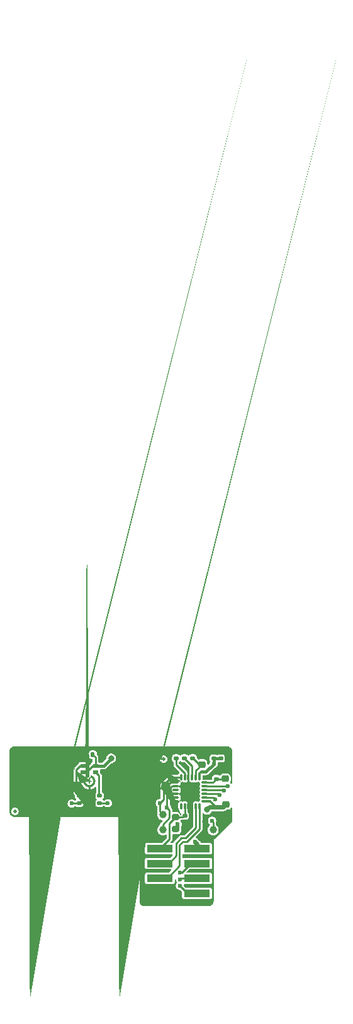
<source format=gbr>
%TF.GenerationSoftware,KiCad,Pcbnew,6.99.0-1.20221101gitf80c150.fc36*%
%TF.CreationDate,2022-11-28T17:43:37+00:00*%
%TF.ProjectId,bugg-mic-r4,62756767-2d6d-4696-932d-72342e6b6963,rev?*%
%TF.SameCoordinates,Original*%
%TF.FileFunction,Copper,L1,Top*%
%TF.FilePolarity,Positive*%
%FSLAX46Y46*%
G04 Gerber Fmt 4.6, Leading zero omitted, Abs format (unit mm)*
G04 Created by KiCad (PCBNEW 6.99.0-1.20221101gitf80c150.fc36) date 2022-11-28 17:43:37*
%MOMM*%
%LPD*%
G01*
G04 APERTURE LIST*
G04 Aperture macros list*
%AMRoundRect*
0 Rectangle with rounded corners*
0 $1 Rounding radius*
0 $2 $3 $4 $5 $6 $7 $8 $9 X,Y pos of 4 corners*
0 Add a 4 corners polygon primitive as box body*
4,1,4,$2,$3,$4,$5,$6,$7,$8,$9,$2,$3,0*
0 Add four circle primitives for the rounded corners*
1,1,$1+$1,$2,$3*
1,1,$1+$1,$4,$5*
1,1,$1+$1,$6,$7*
1,1,$1+$1,$8,$9*
0 Add four rect primitives between the rounded corners*
20,1,$1+$1,$2,$3,$4,$5,0*
20,1,$1+$1,$4,$5,$6,$7,0*
20,1,$1+$1,$6,$7,$8,$9,0*
20,1,$1+$1,$8,$9,$2,$3,0*%
%AMFreePoly0*
4,1,111,-2.563245,3.679731,-2.180727,3.619146,-1.806637,3.518909,-1.445074,3.380118,-1.100000,3.204294,-0.775195,2.993363,-0.474217,2.749636,-0.200364,2.475783,0.043363,2.174805,0.254294,1.850000,0.430118,1.504926,0.568909,1.143363,0.669146,0.769273,0.729731,0.386755,0.750000,0.000000,0.729731,-0.386755,0.669146,-0.769273,0.568909,-1.143363,0.430118,-1.504926,0.254294,-1.850000,
0.043363,-2.174805,-0.200364,-2.475783,-0.474217,-2.749636,-0.775195,-2.993363,-1.100000,-3.204294,-1.445074,-3.380118,-1.806637,-3.518909,-2.180727,-3.619146,-2.563245,-3.679731,-2.950000,-3.700000,-3.336755,-3.679731,-3.719273,-3.619146,-4.093363,-3.518909,-4.454926,-3.380118,-4.800000,-3.204294,-5.124805,-2.993363,-5.425783,-2.749636,-5.699636,-2.475783,-5.943363,-2.174805,-6.154294,-1.850000,
-6.330118,-1.504926,-6.468909,-1.143363,-6.569146,-0.769273,-6.629731,-0.386755,-6.650000,0.000000,-5.254935,0.000000,-5.235216,-0.300854,-5.176396,-0.596561,-5.079482,-0.882060,-4.946132,-1.152468,-4.778628,-1.403156,-4.579835,-1.629835,-4.353156,-1.828628,-4.102468,-1.996132,-3.832060,-2.129482,-3.546561,-2.226396,-3.250854,-2.285216,-2.950000,-2.304935,-2.649146,-2.285216,-2.353439,-2.226396,
-2.067940,-2.129482,-1.797532,-1.996132,-1.546844,-1.828628,-1.320165,-1.629835,-1.121372,-1.403156,-0.953868,-1.152468,-0.820518,-0.882060,-0.723604,-0.596561,-0.664784,-0.300854,-0.645065,0.000000,-0.664784,0.300854,-0.723604,0.596561,-0.820518,0.882060,-0.953868,1.152467,-1.121372,1.403156,-1.320165,1.629835,-1.546844,1.828628,-1.797532,1.996132,-2.067940,2.129482,-2.353439,2.226396,
-2.649146,2.285216,-2.950000,2.304935,-3.250854,2.285216,-3.546561,2.226396,-3.832060,2.129482,-4.102467,1.996132,-4.353156,1.828628,-4.579835,1.629835,-4.778628,1.403156,-4.946132,1.152467,-5.079482,0.882060,-5.176396,0.596561,-5.235216,0.300854,-5.254935,0.000000,-6.650000,0.000000,-6.629731,0.386755,-6.569146,0.769273,-6.468909,1.143363,-6.330118,1.504926,-6.154294,1.850000,
-5.943363,2.174805,-5.699636,2.475783,-5.425783,2.749636,-5.124805,2.993363,-4.800000,3.204294,-4.454926,3.380118,-4.093363,3.518909,-3.719273,3.619146,-3.336755,3.679731,-2.950000,3.700000,-2.563245,3.679731,-2.563245,3.679731,$1*%
%AMFreePoly1*
4,1,53,0.180798,1.454629,0.352531,1.394537,0.506585,1.297738,0.635238,1.169085,0.732037,1.015031,0.792129,0.843298,0.812500,0.662500,0.792129,0.481702,0.732037,0.309969,0.635238,0.155915,0.506585,0.027262,0.352531,-0.069537,0.180798,-0.129629,0.000000,-0.150000,-0.180798,-0.129629,-0.352531,-0.069537,-0.506585,0.027262,-0.635238,0.155915,-0.732037,0.309969,-0.792129,0.481702,
-0.812500,0.662500,-0.517770,0.662500,-0.496797,0.516627,-0.435576,0.382572,-0.339067,0.271196,-0.215089,0.191520,-0.073686,0.150000,0.073686,0.150000,0.215089,0.191520,0.339067,0.271196,0.435576,0.382572,0.496797,0.516627,0.517770,0.662500,0.496797,0.808373,0.435576,0.942428,0.339067,1.053804,0.215089,1.133480,0.073686,1.175000,-0.073686,1.175000,-0.215089,1.133480,
-0.339067,1.053804,-0.435576,0.942428,-0.496797,0.808373,-0.517770,0.662500,-0.812500,0.662500,-0.792129,0.843298,-0.732037,1.015031,-0.635238,1.169085,-0.506585,1.297738,-0.352531,1.394537,-0.180798,1.454629,0.000000,1.475000,0.180798,1.454629,0.180798,1.454629,$1*%
G04 Aperture macros list end*
%TA.AperFunction,SMDPad,CuDef*%
%ADD10RoundRect,0.140000X-0.170000X0.140000X-0.170000X-0.140000X0.170000X-0.140000X0.170000X0.140000X0*%
%TD*%
%TA.AperFunction,SMDPad,CuDef*%
%ADD11C,1.000000*%
%TD*%
%TA.AperFunction,SMDPad,CuDef*%
%ADD12RoundRect,0.225000X-0.250000X0.225000X-0.250000X-0.225000X0.250000X-0.225000X0.250000X0.225000X0*%
%TD*%
%TA.AperFunction,SMDPad,CuDef*%
%ADD13RoundRect,0.140000X0.170000X-0.140000X0.170000X0.140000X-0.170000X0.140000X-0.170000X-0.140000X0*%
%TD*%
%TA.AperFunction,SMDPad,CuDef*%
%ADD14C,1.100000*%
%TD*%
%TA.AperFunction,SMDPad,CuDef*%
%ADD15FreePoly0,0.000000*%
%TD*%
%TA.AperFunction,SMDPad,CuDef*%
%ADD16RoundRect,0.135000X-0.185000X0.135000X-0.185000X-0.135000X0.185000X-0.135000X0.185000X0.135000X0*%
%TD*%
%TA.AperFunction,SMDPad,CuDef*%
%ADD17R,3.500000X1.000000*%
%TD*%
%TA.AperFunction,SMDPad,CuDef*%
%ADD18RoundRect,0.075000X-0.075000X0.350000X-0.075000X-0.350000X0.075000X-0.350000X0.075000X0.350000X0*%
%TD*%
%TA.AperFunction,SMDPad,CuDef*%
%ADD19RoundRect,0.075000X-0.350000X0.075000X-0.350000X-0.075000X0.350000X-0.075000X0.350000X0.075000X0*%
%TD*%
%TA.AperFunction,ComponentPad*%
%ADD20C,0.500000*%
%TD*%
%TA.AperFunction,SMDPad,CuDef*%
%ADD21R,2.650000X2.650000*%
%TD*%
%TA.AperFunction,SMDPad,CuDef*%
%ADD22C,0.500000*%
%TD*%
%TA.AperFunction,SMDPad,CuDef*%
%ADD23R,0.725000X0.522000*%
%TD*%
%TA.AperFunction,SMDPad,CuDef*%
%ADD24FreePoly1,0.000000*%
%TD*%
%TA.AperFunction,SMDPad,CuDef*%
%ADD25RoundRect,0.200000X-0.275000X0.200000X-0.275000X-0.200000X0.275000X-0.200000X0.275000X0.200000X0*%
%TD*%
%TA.AperFunction,SMDPad,CuDef*%
%ADD26RoundRect,0.140000X0.140000X0.170000X-0.140000X0.170000X-0.140000X-0.170000X0.140000X-0.170000X0*%
%TD*%
%TA.AperFunction,ViaPad*%
%ADD27C,0.600000*%
%TD*%
%TA.AperFunction,ViaPad*%
%ADD28C,0.800000*%
%TD*%
%TA.AperFunction,Conductor*%
%ADD29C,0.250000*%
%TD*%
%TA.AperFunction,Conductor*%
%ADD30C,0.300000*%
%TD*%
%TA.AperFunction,Conductor*%
%ADD31C,0.600000*%
%TD*%
%TA.AperFunction,Conductor*%
%ADD32C,0.400000*%
%TD*%
G04 APERTURE END LIST*
D10*
%TO.P,C303,1*%
%TO.N,GND*%
X12800000Y4080000D03*
%TO.P,C303,2*%
%TO.N,Net-(U301-VREF)*%
X12800000Y3120000D03*
%TD*%
%TO.P,C309,1*%
%TO.N,GND*%
X17100000Y1305000D03*
%TO.P,C309,2*%
%TO.N,Net-(U301-DREG)*%
X17100000Y345000D03*
%TD*%
D11*
%TO.P,TP303,1,1*%
%TO.N,Net-(U301-GPIO1)*%
X16660284Y-6485377D03*
%TD*%
D12*
%TO.P,C304,1*%
%TO.N,GND*%
X15160000Y3835000D03*
%TO.P,C304,2*%
%TO.N,Net-(U301-AREG)*%
X15160000Y2285000D03*
%TD*%
D10*
%TO.P,C311,1*%
%TO.N,+3V3*%
X17050000Y-3420000D03*
%TO.P,C311,2*%
%TO.N,GND*%
X17050000Y-4380000D03*
%TD*%
D11*
%TO.P,TP302,1,1*%
%TO.N,Net-(U301-PDMCLK1_GPO1)*%
X9900000Y-6500000D03*
%TD*%
D12*
%TO.P,C310,1*%
%TO.N,+3V3*%
X18400000Y-3075000D03*
%TO.P,C310,2*%
%TO.N,GND*%
X18400000Y-4625000D03*
%TD*%
D13*
%TO.P,C312,1*%
%TO.N,GND*%
X12850000Y-5530000D03*
%TO.P,C312,2*%
%TO.N,/SHDNZ*%
X12850000Y-4570000D03*
%TD*%
D10*
%TO.P,C307,1*%
%TO.N,GND*%
X16760000Y4065000D03*
%TO.P,C307,2*%
%TO.N,+3V3*%
X16760000Y3105000D03*
%TD*%
D14*
%TO.P,SP302,1,1*%
%TO.N,GND*%
X3050000Y0D03*
X6000000Y2950000D03*
X6000000Y-2950000D03*
D15*
X8950000Y0D03*
%TD*%
D16*
%TO.P,R302,1*%
%TO.N,Net-(MIC301-CLOCK)*%
X1400000Y-1890000D03*
%TO.P,R302,2*%
%TO.N,Net-(U301-PDMCLK1_GPO1)*%
X1400000Y-2910000D03*
%TD*%
D17*
%TO.P,J301,1,Pin_1*%
%TO.N,/SHDNZ*%
X9499999Y-8999999D03*
%TO.P,J301,2,Pin_2*%
%TO.N,+3V3*%
X14499999Y-8999999D03*
%TO.P,J301,3,Pin_3*%
%TO.N,/SCL*%
X9499999Y-10999999D03*
%TO.P,J301,4,Pin_4*%
%TO.N,/FSYNC*%
X14499999Y-10999999D03*
%TO.P,J301,5,Pin_5*%
%TO.N,/SDA*%
X9499999Y-12999999D03*
%TO.P,J301,6,Pin_6*%
%TO.N,/BCLK*%
X14499999Y-12999999D03*
%TO.P,J301,7,Pin_7*%
%TO.N,GND*%
X9499999Y-14999999D03*
%TO.P,J301,8,Pin_8*%
%TO.N,/SDOUT*%
X14499999Y-14999999D03*
%TD*%
D16*
%TO.P,R301,1*%
%TO.N,Net-(MIC301-DATA)*%
X-1350000Y-1890000D03*
%TO.P,R301,2*%
%TO.N,Net-(U301-PDMDIN1_GPI1)*%
X-1350000Y-2910000D03*
%TD*%
D18*
%TO.P,U301,1,AVDD*%
%TO.N,+3V3*%
X14850000Y550000D03*
%TO.P,U301,2,AREG*%
%TO.N,Net-(U301-AREG)*%
X14350000Y550000D03*
%TO.P,U301,3,VREF*%
%TO.N,Net-(U301-VREF)*%
X13850000Y550000D03*
%TO.P,U301,4,AVSS*%
%TO.N,GND*%
X13350000Y550000D03*
%TO.P,U301,5,MICBIAS*%
%TO.N,Net-(U301-MICBIAS)*%
X12850000Y550000D03*
%TO.P,U301,6,PDMDIN1_GPI1*%
%TO.N,Net-(U301-PDMDIN1_GPI1)*%
X12350000Y550000D03*
D19*
%TO.P,U301,7,PDMCLK1_GPO1*%
%TO.N,Net-(U301-PDMCLK1_GPO1)*%
X11650000Y-150000D03*
%TO.P,U301,8,PDMDIN2_GPI2*%
%TO.N,GND*%
X11650000Y-650000D03*
%TO.P,U301,9,PDMCLK2_GPO2*%
%TO.N,unconnected-(U301-PDMCLK2_GPO2)*%
X11650000Y-1150000D03*
%TO.P,U301,10,PDMDIN3_GPI3*%
%TO.N,GND*%
X11650000Y-1650000D03*
%TO.P,U301,11,PDMCLK3_GPO3*%
%TO.N,unconnected-(U301-PDMCLK3_GPO3)*%
X11650000Y-2150000D03*
%TO.P,U301,12,PDMDIN4_GPI4*%
%TO.N,GND*%
X11650000Y-2650000D03*
D18*
%TO.P,U301,13,PDMCLK4_GPO4*%
%TO.N,unconnected-(U301-PDMCLK4_GPO4)*%
X12350000Y-3350000D03*
%TO.P,U301,14,SHDNZ*%
%TO.N,/SHDNZ*%
X12850000Y-3350000D03*
%TO.P,U301,15,ADDR1_MISO*%
%TO.N,GND*%
X13350000Y-3350000D03*
%TO.P,U301,16,ADDR0_SCLK*%
X13850000Y-3350000D03*
%TO.P,U301,17,SCL_MOSI*%
%TO.N,/SCL*%
X14350000Y-3350000D03*
%TO.P,U301,18,SDA_SSZ*%
%TO.N,/SDA*%
X14850000Y-3350000D03*
D19*
%TO.P,U301,19,IOVDD*%
%TO.N,+3V3*%
X15550000Y-2650000D03*
%TO.P,U301,20,GPIO1*%
%TO.N,Net-(U301-GPIO1)*%
X15550000Y-2150000D03*
%TO.P,U301,21,SDOUT*%
%TO.N,/SDOUT*%
X15550000Y-1650000D03*
%TO.P,U301,22,BCLK*%
%TO.N,/BCLK*%
X15550000Y-1150000D03*
%TO.P,U301,23,FSYNC*%
%TO.N,/FSYNC*%
X15550000Y-650000D03*
%TO.P,U301,24,DREG*%
%TO.N,Net-(U301-DREG)*%
X15550000Y-150000D03*
D20*
%TO.P,U301,25,VSS_THERMAL*%
%TO.N,GND*%
X14675000Y-325000D03*
X13600000Y-325000D03*
X12525000Y-325000D03*
X14675000Y-1400000D03*
X13600000Y-1400000D03*
D21*
X13599999Y-1399999D03*
D20*
X12525000Y-1400000D03*
X14675000Y-2475000D03*
X13600000Y-2475000D03*
X12525000Y-2475000D03*
%TD*%
D14*
%TO.P,SP301,1,1*%
%TO.N,GND*%
X-8950000Y0D03*
X-6000000Y2950000D03*
X-6000000Y-2950000D03*
D15*
X-3050000Y0D03*
%TD*%
D10*
%TO.P,C306,1*%
%TO.N,GND*%
X17700000Y4065000D03*
%TO.P,C306,2*%
%TO.N,+3V3*%
X17700000Y3105000D03*
%TD*%
D22*
%TO.P,FID302,*%
%TO.N,*%
X-10000000Y-4000000D03*
%TD*%
D10*
%TO.P,C302,1*%
%TO.N,GND*%
X11700000Y4080000D03*
%TO.P,C302,2*%
%TO.N,Net-(U301-MICBIAS)*%
X11700000Y3120000D03*
%TD*%
D22*
%TO.P,FID301,*%
%TO.N,*%
X10000000Y3000000D03*
%TD*%
D23*
%TO.P,MIC301,1,DATA*%
%TO.N,Net-(MIC301-DATA)*%
X-837499Y2073999D03*
%TO.P,MIC301,2,SEL*%
%TO.N,+3V3*%
X-837499Y1251999D03*
D24*
%TO.P,MIC301,3,GND*%
%TO.N,GND*%
X0Y-662500D03*
D23*
%TO.P,MIC301,4,CLOCK*%
%TO.N,Net-(MIC301-CLOCK)*%
X837499Y1251999D03*
%TO.P,MIC301,5,VDD*%
%TO.N,+3V3*%
X837499Y2073999D03*
%TD*%
D25*
%TO.P,R303,1*%
%TO.N,/SHDNZ*%
X11650000Y-4775000D03*
%TO.P,R303,2*%
%TO.N,+3V3*%
X11650000Y-6425000D03*
%TD*%
D11*
%TO.P,TP301,1,1*%
%TO.N,Net-(U301-PDMDIN1_GPI1)*%
X9900000Y-4450000D03*
%TD*%
D12*
%TO.P,C308,1*%
%TO.N,GND*%
X18300000Y1900000D03*
%TO.P,C308,2*%
%TO.N,Net-(U301-DREG)*%
X18300000Y350000D03*
%TD*%
D10*
%TO.P,C305,1*%
%TO.N,GND*%
X13925000Y4080000D03*
%TO.P,C305,2*%
%TO.N,Net-(U301-AREG)*%
X13925000Y3120000D03*
%TD*%
D26*
%TO.P,C301,1*%
%TO.N,+3V3*%
X480000Y3600000D03*
%TO.P,C301,2*%
%TO.N,GND*%
X-480000Y3600000D03*
%TD*%
D27*
%TO.N,GND*%
X-600000Y-3450000D03*
D28*
X15600000Y-5350000D03*
D27*
X500000Y-3450000D03*
X11750000Y-14700000D03*
X13700000Y-4400000D03*
X12950000Y2000000D03*
X11750000Y-15300000D03*
X16000000Y4350000D03*
X10550000Y1350000D03*
X-3050000Y4100000D03*
X15950000Y550000D03*
X18550000Y4000000D03*
X11455944Y-7673746D03*
X4000000Y4200000D03*
X11450000Y-3550000D03*
X10950000Y4050000D03*
%TO.N,+3V3*%
X16750000Y2350000D03*
X14200000Y-8100000D03*
D28*
X2950000Y3100000D03*
X15850000Y-3800000D03*
D27*
X11900000Y-5700000D03*
%TO.N,/SDOUT*%
X17550000Y-1800000D03*
X12200000Y-14000000D03*
%TO.N,/BCLK*%
X18133725Y-1252932D03*
X12241949Y-13158051D03*
%TO.N,/FSYNC*%
X18674709Y-663564D03*
X12200000Y-12200000D03*
%TO.N,Net-(U301-PDMDIN1_GPI1)*%
X-2350000Y-2950000D03*
X9500000Y-2900000D03*
%TO.N,Net-(U301-PDMCLK1_GPO1)*%
X2500000Y-2900000D03*
X10449991Y-3500009D03*
%TO.N,Net-(U301-GPIO1)*%
X16533051Y-5283051D03*
X16974627Y-2425373D03*
%TD*%
D29*
%TO.N,GND*%
X11150000Y-659298D02*
X10900000Y-909298D01*
X0Y-662500D02*
X0Y-1400000D01*
X11150000Y-650000D02*
X11150000Y-659298D01*
X13350000Y550000D02*
X13350000Y1600000D01*
X13350000Y-3350000D02*
X13350000Y-3850000D01*
X10900000Y-1600000D02*
X10900000Y-2600000D01*
X10900000Y-2600000D02*
X10900000Y-3000000D01*
X0Y-1400000D02*
X0Y-1850000D01*
X11650000Y-1650000D02*
X11100000Y-1650000D01*
X10900000Y-3000000D02*
X11450000Y-3550000D01*
X13350000Y1600000D02*
X12950000Y2000000D01*
X10950000Y-2650000D02*
X10900000Y-2600000D01*
X10900000Y-909298D02*
X10900000Y-1600000D01*
X10950000Y-1650000D02*
X10900000Y-1600000D01*
X11650000Y-1650000D02*
X10950000Y-1650000D01*
X11650000Y-650000D02*
X11150000Y-650000D01*
X11650000Y-2650000D02*
X10950000Y-2650000D01*
X11650000Y-2650000D02*
X11100000Y-2650000D01*
X-662569Y0D02*
X-1200000Y0D01*
X13850000Y-3350000D02*
X13850000Y-3850000D01*
X11650000Y-650000D02*
X11100000Y-650000D01*
%TO.N,Net-(U301-MICBIAS)*%
X12850000Y1100000D02*
X12850000Y550000D01*
X11700000Y2250000D02*
X11700000Y3120000D01*
X11700000Y2250000D02*
X12850000Y1100000D01*
D30*
%TO.N,+3V3*%
X15900000Y-2650000D02*
X16280000Y-2650000D01*
D31*
X14500000Y-8400000D02*
X14500000Y-9000000D01*
D32*
X837500Y2074000D02*
X1924000Y2074000D01*
D29*
X15550000Y-2650000D02*
X15900000Y-2650000D01*
D32*
X1924000Y2074000D02*
X2950000Y3100000D01*
D31*
X16230000Y-3420000D02*
X15850000Y-3800000D01*
D29*
X-371002Y1252000D02*
X450998Y2074000D01*
D32*
X11900000Y-6175000D02*
X11650000Y-6425000D01*
X16760000Y3105000D02*
X17660000Y3105000D01*
D29*
X450998Y2074000D02*
X837500Y2074000D01*
D31*
X17050000Y-3420000D02*
X16230000Y-3420000D01*
D30*
X16280000Y-2650000D02*
X17050000Y-3420000D01*
D29*
X-837500Y1252000D02*
X-371002Y1252000D01*
D31*
X17050000Y-3420000D02*
X18055000Y-3420000D01*
X18055000Y-3420000D02*
X18400000Y-3075000D01*
D32*
X15700000Y1300000D02*
X16750000Y2350000D01*
D31*
X14200000Y-8100000D02*
X14500000Y-8400000D01*
D32*
X16760000Y2360000D02*
X16760000Y3105000D01*
D30*
X14850000Y550000D02*
X14850000Y1050000D01*
D32*
X15700000Y1300000D02*
X15100000Y1300000D01*
X11900000Y-5750000D02*
X11900000Y-6175000D01*
D29*
X837500Y3242500D02*
X480000Y3600000D01*
X837500Y2074000D02*
X837500Y3242500D01*
D32*
X16750000Y2350000D02*
X16760000Y2360000D01*
D30*
X14850000Y1050000D02*
X15100000Y1300000D01*
D29*
%TO.N,Net-(U301-VREF)*%
X13850000Y550000D02*
X13850000Y2101188D01*
X12831188Y3120000D02*
X12800000Y3120000D01*
X13850000Y2101188D02*
X12831188Y3120000D01*
%TO.N,Net-(U301-AREG)*%
X14350000Y1475000D02*
X15160000Y2285000D01*
X14835000Y2285000D02*
X14000000Y3120000D01*
X15160000Y2285000D02*
X14835000Y2285000D01*
X14350000Y550000D02*
X14350000Y1475000D01*
%TO.N,/SHDNZ*%
X10800000Y-5625000D02*
X10800000Y-7700000D01*
X12850000Y-3350000D02*
X12850000Y-4464967D01*
X12850000Y-4464967D02*
X12539967Y-4775000D01*
X10800000Y-7700000D02*
X9500000Y-9000000D01*
X12539967Y-4775000D02*
X11650000Y-4775000D01*
X11650000Y-4775000D02*
X10800000Y-5625000D01*
%TO.N,/SDOUT*%
X14500000Y-15000000D02*
X13200000Y-15000000D01*
X15550000Y-1650000D02*
X17400000Y-1650000D01*
X13200000Y-15000000D02*
X12200000Y-14000000D01*
X17400000Y-1650000D02*
X17550000Y-1800000D01*
%TO.N,/SCL*%
X11700000Y-8313589D02*
X12413589Y-7600000D01*
X12950000Y-7600000D02*
X14350000Y-6200000D01*
X12413589Y-7600000D02*
X12950000Y-7600000D01*
X14350000Y-6200000D02*
X14350000Y-3350000D01*
X11700000Y-9950000D02*
X11700000Y-8313589D01*
X10650000Y-11000000D02*
X11700000Y-9950000D01*
X9500000Y-11000000D02*
X10650000Y-11000000D01*
%TO.N,/BCLK*%
X15550000Y-1150000D02*
X18030793Y-1150000D01*
X14500000Y-13000000D02*
X12400000Y-13000000D01*
X12400000Y-13000000D02*
X12241949Y-13158051D01*
X18030793Y-1150000D02*
X18133725Y-1252932D01*
%TO.N,/SDA*%
X10474996Y-13000000D02*
X12150000Y-11324996D01*
X12150000Y-11324996D02*
X12150000Y-8500000D01*
X13149989Y-8050011D02*
X14850000Y-6350000D01*
X12599989Y-8050011D02*
X13149989Y-8050011D01*
X14850000Y-6350000D02*
X14850000Y-3350000D01*
X12150000Y-8500000D02*
X12599989Y-8050011D01*
X9500000Y-13000000D02*
X10474996Y-13000000D01*
%TO.N,/FSYNC*%
X15550000Y-650000D02*
X15572070Y-627930D01*
X15572070Y-627930D02*
X18639075Y-627930D01*
X13664998Y-11000000D02*
X12464998Y-12200000D01*
X14500000Y-11000000D02*
X13664998Y-11000000D01*
X12464998Y-12200000D02*
X12200000Y-12200000D01*
X18639075Y-627930D02*
X18674709Y-663564D01*
%TO.N,Net-(U301-DREG)*%
X17100000Y345000D02*
X18295000Y345000D01*
X18295000Y345000D02*
X18300000Y350000D01*
X15550000Y-150000D02*
X16605000Y-150000D01*
X16605000Y-150000D02*
X17100000Y345000D01*
%TO.N,Net-(MIC301-DATA)*%
X-1350000Y-1890000D02*
X-1750000Y-1490000D01*
X-1750000Y-1490000D02*
X-1750000Y1548002D01*
X-1224002Y2074000D02*
X-837500Y2074000D01*
X-1750000Y1548002D02*
X-1224002Y2074000D01*
%TO.N,Net-(MIC301-CLOCK)*%
X1300000Y789500D02*
X837500Y1252000D01*
X1300000Y-1790000D02*
X1300000Y789500D01*
X1400000Y-1890000D02*
X1300000Y-1790000D01*
%TO.N,Net-(U301-PDMDIN1_GPI1)*%
X9500000Y-2900000D02*
X9500000Y-4050000D01*
X9999980Y-463609D02*
X11013589Y550000D01*
X-2310000Y-2910000D02*
X-2350000Y-2950000D01*
X9999980Y-2400020D02*
X9999980Y-463609D01*
X9500000Y-4050000D02*
X9900000Y-4450000D01*
X9500000Y-2900000D02*
X9999980Y-2400020D01*
X11013589Y550000D02*
X12350000Y550000D01*
X-1350000Y-2910000D02*
X-2310000Y-2910000D01*
%TO.N,Net-(U301-PDMCLK1_GPO1)*%
X10449991Y-650009D02*
X10950000Y-150000D01*
X2490000Y-2910000D02*
X2500000Y-2900000D01*
X10800000Y-3850018D02*
X10800000Y-4900000D01*
X1400000Y-2910000D02*
X2490000Y-2910000D01*
X9900000Y-5800000D02*
X9900000Y-6500000D01*
X10950000Y-150000D02*
X11650000Y-150000D01*
X10449991Y-3500009D02*
X10800000Y-3850018D01*
X10800000Y-4900000D02*
X9900000Y-5800000D01*
X10449991Y-3500009D02*
X10449991Y-650009D01*
%TO.N,Net-(U301-GPIO1)*%
X16660284Y-5410284D02*
X16533051Y-5283051D01*
X16660284Y-6485377D02*
X16660284Y-5410284D01*
X15550000Y-2150000D02*
X16699254Y-2150000D01*
X16699254Y-2150000D02*
X16974627Y-2425373D01*
%TD*%
%TA.AperFunction,Conductor*%
%TO.N,GND*%
G36*
X18504843Y4749023D02*
G01*
X18518708Y4747657D01*
X18636517Y4736055D01*
X18655546Y4732270D01*
X18777492Y4695278D01*
X18795421Y4687851D01*
X18907798Y4627784D01*
X18923934Y4617002D01*
X19022438Y4536163D01*
X19036159Y4522443D01*
X19036164Y4522437D01*
X19117001Y4423937D01*
X19127783Y4407800D01*
X19187850Y4295423D01*
X19195277Y4277495D01*
X19232268Y4155551D01*
X19236054Y4136520D01*
X19241192Y4084353D01*
X19249020Y4004875D01*
X19249497Y3995171D01*
X19249497Y3955832D01*
X19249499Y3955827D01*
X19249500Y3955815D01*
X19249500Y-216706D01*
X19230593Y-274897D01*
X19181093Y-310861D01*
X19119907Y-310861D01*
X19076420Y-280127D01*
X19075868Y-280679D01*
X19072656Y-277467D01*
X19071960Y-276975D01*
X19071287Y-276098D01*
X19071281Y-276092D01*
X19067330Y-270943D01*
X19061348Y-266353D01*
X19002551Y-221236D01*
X18967896Y-170811D01*
X18969498Y-109647D01*
X18971242Y-105741D01*
X18971628Y-105226D01*
X18972417Y-103111D01*
X18972420Y-103104D01*
X19017249Y17086D01*
X19017250Y17088D01*
X19019412Y22886D01*
X19025500Y79515D01*
X19025499Y620484D01*
X19019412Y677114D01*
X18971628Y805226D01*
X18889687Y914687D01*
X18780226Y996628D01*
X18694998Y1028417D01*
X18657914Y1042249D01*
X18657912Y1042250D01*
X18652114Y1044412D01*
X18645963Y1045073D01*
X18645960Y1045074D01*
X18616744Y1048215D01*
X18595485Y1050500D01*
X18300056Y1050500D01*
X18004516Y1050499D01*
X17947886Y1044412D01*
X17819774Y996628D01*
X17710313Y914687D01*
X17641570Y822856D01*
X17591563Y787603D01*
X17530384Y788477D01*
X17506270Y800980D01*
X17502391Y804859D01*
X17403113Y855444D01*
X17399115Y857481D01*
X17399114Y857481D01*
X17392175Y861017D01*
X17384481Y862236D01*
X17384480Y862236D01*
X17304581Y874891D01*
X17304579Y874891D01*
X17300735Y875500D01*
X17100026Y875500D01*
X16899266Y875499D01*
X16895423Y874890D01*
X16895418Y874890D01*
X16815519Y862236D01*
X16815516Y862235D01*
X16807825Y861017D01*
X16777491Y845561D01*
X16704548Y808395D01*
X16704546Y808394D01*
X16697609Y804859D01*
X16610141Y717391D01*
X16606606Y710454D01*
X16606605Y710452D01*
X16587060Y672093D01*
X16553983Y607175D01*
X16539500Y515735D01*
X16539500Y511842D01*
X16539501Y356546D01*
X16520594Y298355D01*
X16510503Y286540D01*
X16478457Y254495D01*
X16423940Y226719D01*
X16408455Y225500D01*
X16047723Y225500D01*
X16005885Y234775D01*
X15992408Y241059D01*
X15992407Y241059D01*
X15985545Y244259D01*
X15938139Y250500D01*
X15916341Y250500D01*
X15349500Y250499D01*
X15291309Y269406D01*
X15255345Y318906D01*
X15250500Y349499D01*
X15250500Y750500D01*
X15269407Y808691D01*
X15318907Y844655D01*
X15349500Y849500D01*
X15669136Y849500D01*
X15680219Y848878D01*
X15717035Y844730D01*
X15773669Y855445D01*
X15777311Y856064D01*
X15826951Y863546D01*
X15826953Y863546D01*
X15834287Y864652D01*
X15840583Y867684D01*
X15843602Y868677D01*
X15850472Y869977D01*
X15901306Y896844D01*
X15901435Y896912D01*
X15904741Y898581D01*
X15949960Y920357D01*
X15949961Y920358D01*
X15956642Y923575D01*
X15961761Y928325D01*
X15964361Y930170D01*
X15970538Y933434D01*
X16011305Y974201D01*
X16013972Y976769D01*
X16050758Y1010901D01*
X16050759Y1010902D01*
X16056194Y1015945D01*
X16059511Y1021691D01*
X16065521Y1028417D01*
X16820501Y1783398D01*
X16877584Y1811547D01*
X16887276Y1812823D01*
X16893709Y1813670D01*
X17027625Y1869139D01*
X17142621Y1957379D01*
X17230861Y2072375D01*
X17286330Y2206291D01*
X17287735Y2216959D01*
X17304403Y2343567D01*
X17305250Y2350000D01*
X17288101Y2480257D01*
X17299251Y2540417D01*
X17343633Y2582535D01*
X17404295Y2590521D01*
X17405315Y2590262D01*
X17407825Y2588983D01*
X17470923Y2578989D01*
X17495419Y2575109D01*
X17495421Y2575109D01*
X17499265Y2574500D01*
X17699974Y2574500D01*
X17900734Y2574501D01*
X17904577Y2575110D01*
X17904582Y2575110D01*
X17984481Y2587764D01*
X17984484Y2587765D01*
X17992175Y2588983D01*
X18068014Y2627625D01*
X18095452Y2641605D01*
X18095454Y2641606D01*
X18102391Y2645141D01*
X18189859Y2732609D01*
X18193396Y2739549D01*
X18242481Y2835885D01*
X18242481Y2835886D01*
X18246017Y2842825D01*
X18247777Y2853933D01*
X18259891Y2930419D01*
X18259891Y2930421D01*
X18260500Y2934265D01*
X18260499Y3275734D01*
X18259890Y3279582D01*
X18247236Y3359481D01*
X18247235Y3359484D01*
X18246017Y3367175D01*
X18196829Y3463712D01*
X18193395Y3470452D01*
X18193394Y3470454D01*
X18189859Y3477391D01*
X18102391Y3564859D01*
X18095454Y3568394D01*
X18095452Y3568395D01*
X17999115Y3617481D01*
X17999114Y3617481D01*
X17992175Y3621017D01*
X17984481Y3622236D01*
X17984480Y3622236D01*
X17904581Y3634891D01*
X17904579Y3634891D01*
X17900735Y3635500D01*
X17700026Y3635500D01*
X17499266Y3635499D01*
X17495423Y3634890D01*
X17495418Y3634890D01*
X17415519Y3622236D01*
X17415516Y3622235D01*
X17407825Y3621017D01*
X17367635Y3600539D01*
X17300417Y3566290D01*
X17255472Y3555500D01*
X17204528Y3555500D01*
X17159583Y3566290D01*
X17059115Y3617481D01*
X17059114Y3617481D01*
X17052175Y3621017D01*
X17044481Y3622236D01*
X17044480Y3622236D01*
X16964581Y3634891D01*
X16964579Y3634891D01*
X16960735Y3635500D01*
X16760026Y3635500D01*
X16559266Y3635499D01*
X16555423Y3634890D01*
X16555418Y3634890D01*
X16475519Y3622236D01*
X16475516Y3622235D01*
X16467825Y3621017D01*
X16427635Y3600539D01*
X16364548Y3568395D01*
X16364546Y3568394D01*
X16357609Y3564859D01*
X16270141Y3477391D01*
X16266606Y3470454D01*
X16266605Y3470452D01*
X16217705Y3374480D01*
X16213983Y3367175D01*
X16212764Y3359481D01*
X16212764Y3359480D01*
X16201259Y3286842D01*
X16199500Y3275735D01*
X16199501Y2934266D01*
X16200110Y2930423D01*
X16200110Y2930418D01*
X16212673Y2851097D01*
X16213983Y2842825D01*
X16266872Y2739025D01*
X16270141Y2732609D01*
X16269125Y2732091D01*
X16285686Y2681117D01*
X16272542Y2632060D01*
X16269139Y2627625D01*
X16266655Y2621628D01*
X16216895Y2501494D01*
X16213670Y2493709D01*
X16212823Y2487276D01*
X16211547Y2477584D01*
X16183398Y2420501D01*
X16054503Y2291606D01*
X15999986Y2263829D01*
X15939554Y2273400D01*
X15896289Y2316665D01*
X15885499Y2361610D01*
X15885499Y2555484D01*
X15879412Y2612114D01*
X15831628Y2740226D01*
X15749687Y2849687D01*
X15640226Y2931628D01*
X15558773Y2962009D01*
X15517914Y2977249D01*
X15517912Y2977250D01*
X15512114Y2979412D01*
X15505963Y2980073D01*
X15505960Y2980074D01*
X15476744Y2983215D01*
X15455485Y2985500D01*
X15160056Y2985500D01*
X14864516Y2985499D01*
X14807886Y2979412D01*
X14768254Y2964630D01*
X14707127Y2962009D01*
X14663654Y2987384D01*
X14514495Y3136543D01*
X14486718Y3191060D01*
X14485499Y3206547D01*
X14485499Y3290734D01*
X14484562Y3296653D01*
X14472236Y3374481D01*
X14472235Y3374484D01*
X14471017Y3382175D01*
X14442938Y3437283D01*
X14418395Y3485452D01*
X14418394Y3485454D01*
X14414859Y3492391D01*
X14327391Y3579859D01*
X14320454Y3583394D01*
X14320452Y3583395D01*
X14224115Y3632481D01*
X14224114Y3632481D01*
X14217175Y3636017D01*
X14209481Y3637236D01*
X14209480Y3637236D01*
X14129581Y3649891D01*
X14129579Y3649891D01*
X14125735Y3650500D01*
X13925026Y3650500D01*
X13724266Y3650499D01*
X13720423Y3649890D01*
X13720418Y3649890D01*
X13640519Y3637236D01*
X13640516Y3637235D01*
X13632825Y3636017D01*
X13603386Y3621017D01*
X13529548Y3583395D01*
X13529546Y3583394D01*
X13522609Y3579859D01*
X13435141Y3492391D01*
X13433536Y3493996D01*
X13393099Y3464612D01*
X13331913Y3464608D01*
X13291464Y3493996D01*
X13289859Y3492391D01*
X13202391Y3579859D01*
X13195454Y3583394D01*
X13195452Y3583395D01*
X13099115Y3632481D01*
X13099114Y3632481D01*
X13092175Y3636017D01*
X13084481Y3637236D01*
X13084480Y3637236D01*
X13004581Y3649891D01*
X13004579Y3649891D01*
X13000735Y3650500D01*
X12800026Y3650500D01*
X12599266Y3650499D01*
X12595423Y3649890D01*
X12595418Y3649890D01*
X12515519Y3637236D01*
X12515516Y3637235D01*
X12507825Y3636017D01*
X12478386Y3621017D01*
X12404548Y3583395D01*
X12404546Y3583394D01*
X12397609Y3579859D01*
X12320004Y3502254D01*
X12265487Y3474477D01*
X12205055Y3484048D01*
X12179996Y3502254D01*
X12102391Y3579859D01*
X12095454Y3583394D01*
X12095452Y3583395D01*
X11999115Y3632481D01*
X11999114Y3632481D01*
X11992175Y3636017D01*
X11984481Y3637236D01*
X11984480Y3637236D01*
X11904581Y3649891D01*
X11904579Y3649891D01*
X11900735Y3650500D01*
X11700026Y3650500D01*
X11499266Y3650499D01*
X11495423Y3649890D01*
X11495418Y3649890D01*
X11415519Y3637236D01*
X11415516Y3637235D01*
X11407825Y3636017D01*
X11378386Y3621017D01*
X11304548Y3583395D01*
X11304546Y3583394D01*
X11297609Y3579859D01*
X11210141Y3492391D01*
X11206606Y3485454D01*
X11206605Y3485452D01*
X11171331Y3416223D01*
X11153983Y3382175D01*
X11152764Y3374481D01*
X11152764Y3374480D01*
X11140437Y3296653D01*
X11139500Y3290735D01*
X11139501Y2949266D01*
X11140110Y2945423D01*
X11140110Y2945418D01*
X11142486Y2930419D01*
X11153983Y2857825D01*
X11210141Y2747609D01*
X11295504Y2662246D01*
X11323281Y2607729D01*
X11324500Y2592242D01*
X11324500Y2299212D01*
X11322393Y2278896D01*
X11319633Y2265732D01*
X11320647Y2257597D01*
X11320647Y2257595D01*
X11323740Y2232783D01*
X11324095Y2227055D01*
X11324162Y2227061D01*
X11324500Y2222982D01*
X11324500Y2218886D01*
X11326602Y2206291D01*
X11328004Y2197887D01*
X11328593Y2193848D01*
X11335134Y2141374D01*
X11338624Y2134235D01*
X11338628Y2134222D01*
X11339935Y2126390D01*
X11343838Y2119178D01*
X11343839Y2119175D01*
X11365078Y2079928D01*
X11366950Y2076292D01*
X11386570Y2036159D01*
X11386573Y2036154D01*
X11390174Y2028789D01*
X11395792Y2023171D01*
X11395800Y2023160D01*
X11399581Y2016174D01*
X11405616Y2010618D01*
X11405617Y2010617D01*
X11438448Y1980394D01*
X11441401Y1977562D01*
X12098824Y1320139D01*
X12126601Y1265622D01*
X12117030Y1205190D01*
X12088224Y1172054D01*
X12085421Y1170747D01*
X12004253Y1089579D01*
X12000593Y1081731D01*
X12000592Y1081729D01*
X11956266Y986670D01*
X11955741Y985545D01*
X11953328Y986670D01*
X11925776Y946214D01*
X11865176Y925500D01*
X11062800Y925500D01*
X11042484Y927607D01*
X11039737Y928183D01*
X11029321Y930367D01*
X11021186Y929353D01*
X11021184Y929353D01*
X10996372Y926260D01*
X10990643Y925904D01*
X10990648Y925838D01*
X10986568Y925500D01*
X10982475Y925500D01*
X10978441Y924827D01*
X10978431Y924826D01*
X10961462Y921994D01*
X10957415Y921404D01*
X10948761Y920325D01*
X10913106Y915881D01*
X10913105Y915881D01*
X10904964Y914866D01*
X10897825Y911375D01*
X10897815Y911372D01*
X10889979Y910065D01*
X10882765Y906161D01*
X10843515Y884920D01*
X10839877Y883047D01*
X10799745Y863428D01*
X10799743Y863426D01*
X10792378Y859826D01*
X10786760Y854208D01*
X10786749Y854200D01*
X10779763Y850419D01*
X10774207Y844384D01*
X10774206Y844383D01*
X10743983Y811552D01*
X10741151Y808599D01*
X9769253Y-163298D01*
X9753397Y-176173D01*
X9742144Y-183525D01*
X9729010Y-200400D01*
X9721758Y-209717D01*
X9717953Y-214026D01*
X9718003Y-214069D01*
X9715352Y-217199D01*
X9712460Y-220091D01*
X9710084Y-223419D01*
X9710083Y-223420D01*
X9700070Y-237444D01*
X9697626Y-240721D01*
X9677676Y-266353D01*
X9665171Y-282420D01*
X9662591Y-289935D01*
X9662586Y-289944D01*
X9657970Y-296410D01*
X9642885Y-347081D01*
X9641657Y-350915D01*
X9624480Y-400949D01*
X9624480Y-408903D01*
X9622212Y-416521D01*
X9622551Y-424720D01*
X9622551Y-424721D01*
X9624395Y-469311D01*
X9624480Y-473401D01*
X9624480Y-2203474D01*
X9605573Y-2261665D01*
X9595484Y-2273478D01*
X9551645Y-2317317D01*
X9494564Y-2345466D01*
X9450120Y-2351317D01*
X9362722Y-2362823D01*
X9362720Y-2362824D01*
X9356291Y-2363670D01*
X9222375Y-2419139D01*
X9107379Y-2507379D01*
X9019139Y-2622375D01*
X8963670Y-2756291D01*
X8962824Y-2762720D01*
X8962823Y-2762722D01*
X8955546Y-2817994D01*
X8944750Y-2900000D01*
X8963670Y-3043709D01*
X9019139Y-3177625D01*
X9023090Y-3182774D01*
X9104042Y-3288272D01*
X9124500Y-3348540D01*
X9124500Y-4000788D01*
X9122393Y-4021104D01*
X9121316Y-4026241D01*
X9119633Y-4034268D01*
X9120647Y-4042403D01*
X9120647Y-4042405D01*
X9123740Y-4067217D01*
X9124095Y-4072945D01*
X9124162Y-4072939D01*
X9124500Y-4077018D01*
X9124500Y-4081114D01*
X9127388Y-4098419D01*
X9128004Y-4102113D01*
X9128593Y-4106152D01*
X9135134Y-4158626D01*
X9138624Y-4165765D01*
X9138628Y-4165778D01*
X9139935Y-4173610D01*
X9143838Y-4180822D01*
X9156734Y-4204652D01*
X9167801Y-4264829D01*
X9166184Y-4273800D01*
X9165524Y-4276690D01*
X9163687Y-4281941D01*
X9163064Y-4287468D01*
X9163064Y-4287469D01*
X9159904Y-4315519D01*
X9144751Y-4450000D01*
X9163687Y-4618059D01*
X9219544Y-4777690D01*
X9222501Y-4782396D01*
X9222502Y-4782398D01*
X9293619Y-4895579D01*
X9309523Y-4920890D01*
X9429110Y-5040477D01*
X9433818Y-5043435D01*
X9433819Y-5043436D01*
X9524636Y-5100500D01*
X9572310Y-5130456D01*
X9731941Y-5186313D01*
X9737468Y-5186936D01*
X9737469Y-5186936D01*
X9752982Y-5188684D01*
X9808689Y-5213989D01*
X9838883Y-5267205D01*
X9832031Y-5328005D01*
X9811899Y-5357063D01*
X9669275Y-5499687D01*
X9653420Y-5512562D01*
X9642164Y-5519916D01*
X9637127Y-5526388D01*
X9621778Y-5546108D01*
X9617973Y-5550417D01*
X9618023Y-5550460D01*
X9615372Y-5553590D01*
X9612480Y-5556482D01*
X9610104Y-5559810D01*
X9610103Y-5559811D01*
X9600090Y-5573835D01*
X9597646Y-5577112D01*
X9570228Y-5612339D01*
X9565191Y-5618811D01*
X9562611Y-5626326D01*
X9562606Y-5626335D01*
X9557990Y-5632801D01*
X9542905Y-5683472D01*
X9541677Y-5687306D01*
X9524500Y-5737340D01*
X9524500Y-5745294D01*
X9522232Y-5752912D01*
X9523375Y-5780537D01*
X9523814Y-5791156D01*
X9507328Y-5850079D01*
X9477572Y-5879072D01*
X9429110Y-5909523D01*
X9309523Y-6029110D01*
X9306565Y-6033818D01*
X9306564Y-6033819D01*
X9225435Y-6162935D01*
X9219544Y-6172310D01*
X9163687Y-6331941D01*
X9144751Y-6500000D01*
X9163687Y-6668059D01*
X9219544Y-6827690D01*
X9309523Y-6970890D01*
X9429110Y-7090477D01*
X9433818Y-7093435D01*
X9433819Y-7093436D01*
X9555323Y-7169782D01*
X9572310Y-7180456D01*
X9731941Y-7236313D01*
X9737470Y-7236936D01*
X9764087Y-7239935D01*
X9900000Y-7255249D01*
X9905529Y-7254626D01*
X10062530Y-7236936D01*
X10068059Y-7236313D01*
X10227690Y-7180456D01*
X10232401Y-7177496D01*
X10272828Y-7152094D01*
X10332159Y-7137143D01*
X10388946Y-7159922D01*
X10421499Y-7211729D01*
X10424500Y-7235919D01*
X10424500Y-7503455D01*
X10405593Y-7561646D01*
X10395504Y-7573459D01*
X9748458Y-8220504D01*
X9693941Y-8248281D01*
X9678454Y-8249500D01*
X7725326Y-8249500D01*
X7652260Y-8264034D01*
X7569399Y-8319399D01*
X7514034Y-8402260D01*
X7499500Y-8475326D01*
X7499500Y-9524674D01*
X7514034Y-9597740D01*
X7569399Y-9680601D01*
X7652260Y-9735966D01*
X7725326Y-9750500D01*
X11129456Y-9750500D01*
X11187647Y-9769407D01*
X11223611Y-9818907D01*
X11223611Y-9880093D01*
X11199459Y-9919504D01*
X10898458Y-10220504D01*
X10843942Y-10248281D01*
X10828455Y-10249500D01*
X7725326Y-10249500D01*
X7652260Y-10264034D01*
X7569399Y-10319399D01*
X7514034Y-10402260D01*
X7499500Y-10475326D01*
X7499500Y-11524674D01*
X7514034Y-11597740D01*
X7569399Y-11680601D01*
X7652260Y-11735966D01*
X7725326Y-11750500D01*
X10954450Y-11750500D01*
X11012641Y-11769407D01*
X11048605Y-11818907D01*
X11048605Y-11880093D01*
X11024454Y-11919504D01*
X10723454Y-12220504D01*
X10668937Y-12248281D01*
X10653450Y-12249500D01*
X7725326Y-12249500D01*
X7652260Y-12264034D01*
X7569399Y-12319399D01*
X7514034Y-12402260D01*
X7499500Y-12475326D01*
X7499500Y-13524674D01*
X7514034Y-13597740D01*
X7569399Y-13680601D01*
X7652260Y-13735966D01*
X7725326Y-13750500D01*
X11274674Y-13750500D01*
X11347740Y-13735966D01*
X11430601Y-13680601D01*
X11485966Y-13597740D01*
X11500500Y-13524674D01*
X11500500Y-13254175D01*
X11519407Y-13195984D01*
X11568907Y-13160020D01*
X11630093Y-13160020D01*
X11679593Y-13195984D01*
X11697653Y-13241253D01*
X11705619Y-13301760D01*
X11761088Y-13435676D01*
X11765039Y-13440826D01*
X11765042Y-13440830D01*
X11803864Y-13491423D01*
X11824289Y-13549099D01*
X11803865Y-13611958D01*
X11719139Y-13722375D01*
X11663670Y-13856291D01*
X11644750Y-14000000D01*
X11663670Y-14143709D01*
X11719139Y-14277625D01*
X11807379Y-14392621D01*
X11922375Y-14480861D01*
X12056291Y-14536330D01*
X12062720Y-14537176D01*
X12062722Y-14537177D01*
X12128981Y-14545900D01*
X12194565Y-14554534D01*
X12251646Y-14582683D01*
X12470504Y-14801541D01*
X12498281Y-14856058D01*
X12499500Y-14871545D01*
X12499500Y-15524674D01*
X12514034Y-15597740D01*
X12569399Y-15680601D01*
X12652260Y-15735966D01*
X12725326Y-15750500D01*
X16274674Y-15750500D01*
X16347740Y-15735966D01*
X16430601Y-15680601D01*
X16485966Y-15597740D01*
X16500500Y-15524674D01*
X16500500Y-14475326D01*
X16485966Y-14402260D01*
X16430601Y-14319399D01*
X16347740Y-14264034D01*
X16274674Y-14249500D01*
X13021544Y-14249500D01*
X12963353Y-14230593D01*
X12951548Y-14220511D01*
X12782681Y-14051643D01*
X12754534Y-13994565D01*
X12737177Y-13862722D01*
X12737137Y-13862421D01*
X12748287Y-13802261D01*
X12792669Y-13760144D01*
X12835290Y-13750500D01*
X16274674Y-13750500D01*
X16347740Y-13735966D01*
X16430601Y-13680601D01*
X16485966Y-13597740D01*
X16500500Y-13524674D01*
X16500500Y-12475326D01*
X16485966Y-12402260D01*
X16430601Y-12319399D01*
X16347740Y-12264034D01*
X16274674Y-12249500D01*
X13185543Y-12249500D01*
X13127352Y-12230593D01*
X13091388Y-12181093D01*
X13091388Y-12119907D01*
X13115539Y-12080496D01*
X13416539Y-11779496D01*
X13471056Y-11751719D01*
X13486543Y-11750500D01*
X16274674Y-11750500D01*
X16347740Y-11735966D01*
X16430601Y-11680601D01*
X16485966Y-11597740D01*
X16500500Y-11524674D01*
X16500500Y-10475326D01*
X16485966Y-10402260D01*
X16430601Y-10319399D01*
X16347740Y-10264034D01*
X16274674Y-10249500D01*
X12725326Y-10249500D01*
X12652260Y-10264034D01*
X12651998Y-10262717D01*
X12601385Y-10266698D01*
X12549217Y-10234726D01*
X12525805Y-10178197D01*
X12525500Y-10170434D01*
X12525500Y-9829566D01*
X12544407Y-9771375D01*
X12593907Y-9735411D01*
X12651429Y-9735411D01*
X12652260Y-9735966D01*
X12725326Y-9750500D01*
X16274674Y-9750500D01*
X16347740Y-9735966D01*
X16430601Y-9680601D01*
X16485966Y-9597740D01*
X16500500Y-9524674D01*
X16500500Y-8475326D01*
X16485966Y-8402260D01*
X16430601Y-8319399D01*
X16347740Y-8264034D01*
X16274674Y-8249500D01*
X15104360Y-8249500D01*
X15046169Y-8230593D01*
X15018712Y-8195146D01*
X15016932Y-8196147D01*
X15016370Y-8195146D01*
X14996170Y-8159220D01*
X14991663Y-8150146D01*
X14977479Y-8117491D01*
X14977475Y-8117484D01*
X14974780Y-8111280D01*
X14962104Y-8095699D01*
X14952606Y-8081743D01*
X14946086Y-8070147D01*
X14946085Y-8070146D01*
X14942765Y-8064241D01*
X14912810Y-8034286D01*
X14906018Y-8026760D01*
X14883549Y-7999141D01*
X14883546Y-7999139D01*
X14879278Y-7993892D01*
X14862870Y-7982310D01*
X14849957Y-7971433D01*
X14619364Y-7740839D01*
X14610826Y-7731104D01*
X14596570Y-7712525D01*
X14596569Y-7712524D01*
X14592621Y-7707379D01*
X14564649Y-7685916D01*
X14563500Y-7684975D01*
X14562634Y-7684109D01*
X14533940Y-7662349D01*
X14533559Y-7662058D01*
X14480390Y-7621261D01*
X14477625Y-7619139D01*
X14476154Y-7618530D01*
X14472342Y-7615639D01*
X14407052Y-7589893D01*
X14405494Y-7589262D01*
X14355903Y-7568721D01*
X14309377Y-7528985D01*
X14295093Y-7469490D01*
X14318508Y-7412962D01*
X14323784Y-7407253D01*
X15080724Y-6650313D01*
X15096580Y-6637438D01*
X15096947Y-6637198D01*
X15107836Y-6630084D01*
X15112872Y-6623614D01*
X15112874Y-6623612D01*
X15128226Y-6603887D01*
X15132025Y-6599584D01*
X15131975Y-6599542D01*
X15134630Y-6596407D01*
X15137520Y-6593517D01*
X15149900Y-6576177D01*
X15152333Y-6572914D01*
X15184809Y-6531189D01*
X15187388Y-6523677D01*
X15187396Y-6523662D01*
X15192010Y-6517199D01*
X15201484Y-6485377D01*
X15905035Y-6485377D01*
X15923971Y-6653436D01*
X15979828Y-6813067D01*
X15982785Y-6817773D01*
X15982786Y-6817775D01*
X16060325Y-6941176D01*
X16069807Y-6956267D01*
X16189394Y-7075854D01*
X16194102Y-7078812D01*
X16194103Y-7078813D01*
X16323187Y-7159922D01*
X16332594Y-7165833D01*
X16492225Y-7221690D01*
X16497754Y-7222313D01*
X16514164Y-7224162D01*
X16660284Y-7240626D01*
X16665813Y-7240003D01*
X16694072Y-7236819D01*
X16806404Y-7224162D01*
X16822814Y-7222313D01*
X16828343Y-7221690D01*
X16987974Y-7165833D01*
X16997382Y-7159922D01*
X17126465Y-7078813D01*
X17126466Y-7078812D01*
X17131174Y-7075854D01*
X17250761Y-6956267D01*
X17260243Y-6941176D01*
X17337782Y-6817775D01*
X17337783Y-6817773D01*
X17340740Y-6813067D01*
X17396597Y-6653436D01*
X17415533Y-6485377D01*
X17396597Y-6317318D01*
X17340740Y-6157687D01*
X17333580Y-6146291D01*
X17253720Y-6019196D01*
X17253719Y-6019195D01*
X17250761Y-6014487D01*
X17131174Y-5894900D01*
X17082112Y-5864072D01*
X17042901Y-5817104D01*
X17035784Y-5780247D01*
X17035784Y-5527563D01*
X17043320Y-5489678D01*
X17066898Y-5432754D01*
X17069381Y-5426760D01*
X17070637Y-5417226D01*
X17087454Y-5289484D01*
X17088301Y-5283051D01*
X17084644Y-5255272D01*
X17070228Y-5145773D01*
X17070227Y-5145771D01*
X17069381Y-5139342D01*
X17013912Y-5005426D01*
X16925672Y-4890430D01*
X16810676Y-4802190D01*
X16676760Y-4746721D01*
X16670331Y-4745875D01*
X16670329Y-4745874D01*
X16539484Y-4728648D01*
X16533051Y-4727801D01*
X16526618Y-4728648D01*
X16395773Y-4745874D01*
X16395771Y-4745875D01*
X16389342Y-4746721D01*
X16255426Y-4802190D01*
X16140430Y-4890430D01*
X16052190Y-5005426D01*
X15996721Y-5139342D01*
X15995875Y-5145771D01*
X15995874Y-5145773D01*
X15981458Y-5255272D01*
X15977801Y-5283051D01*
X15978648Y-5289484D01*
X15995466Y-5417226D01*
X15996721Y-5426760D01*
X16052190Y-5560676D01*
X16140430Y-5675672D01*
X16145579Y-5679623D01*
X16145583Y-5679627D01*
X16206634Y-5726474D01*
X16241289Y-5776898D01*
X16239687Y-5838063D01*
X16199037Y-5888841D01*
X16189394Y-5894900D01*
X16069807Y-6014487D01*
X16066849Y-6019195D01*
X16066848Y-6019196D01*
X15986989Y-6146291D01*
X15979828Y-6157687D01*
X15923971Y-6317318D01*
X15905035Y-6485377D01*
X15201484Y-6485377D01*
X15207099Y-6466515D01*
X15208332Y-6462667D01*
X15222837Y-6420418D01*
X15222837Y-6420416D01*
X15225500Y-6412660D01*
X15225500Y-6404716D01*
X15225502Y-6404702D01*
X15227769Y-6397088D01*
X15225585Y-6344286D01*
X15225500Y-6340195D01*
X15225500Y-4335770D01*
X15244407Y-4277579D01*
X15293907Y-4241615D01*
X15355093Y-4241615D01*
X15390149Y-4261667D01*
X15473277Y-4335312D01*
X15473280Y-4335314D01*
X15477760Y-4339283D01*
X15483059Y-4342064D01*
X15483063Y-4342067D01*
X15612332Y-4409913D01*
X15612334Y-4409914D01*
X15617635Y-4412696D01*
X15623447Y-4414129D01*
X15623451Y-4414130D01*
X15765199Y-4449067D01*
X15765203Y-4449067D01*
X15771015Y-4450500D01*
X15928985Y-4450500D01*
X15934797Y-4449067D01*
X15934801Y-4449067D01*
X16076549Y-4414130D01*
X16076553Y-4414129D01*
X16082365Y-4412696D01*
X16087666Y-4409914D01*
X16087668Y-4409913D01*
X16216937Y-4342067D01*
X16216941Y-4342064D01*
X16222240Y-4339283D01*
X16226720Y-4335314D01*
X16226723Y-4335312D01*
X16309851Y-4261667D01*
X16340483Y-4234530D01*
X16414849Y-4126792D01*
X16426820Y-4109449D01*
X16426821Y-4109448D01*
X16430220Y-4104523D01*
X16432342Y-4098928D01*
X16432344Y-4098924D01*
X16456816Y-4034395D01*
X16495129Y-3986690D01*
X16549383Y-3970500D01*
X18043921Y-3970500D01*
X18047301Y-3970558D01*
X18105056Y-3972531D01*
X18105058Y-3972531D01*
X18111826Y-3972762D01*
X18121108Y-3970500D01*
X18152978Y-3962734D01*
X18162936Y-3960841D01*
X18189576Y-3957179D01*
X18204920Y-3955070D01*
X18211131Y-3952372D01*
X18211135Y-3952371D01*
X18223344Y-3947068D01*
X18239344Y-3941687D01*
X18252279Y-3938535D01*
X18252280Y-3938534D01*
X18258852Y-3936933D01*
X18264750Y-3933617D01*
X18264752Y-3933616D01*
X18295786Y-3916167D01*
X18304863Y-3911658D01*
X18337513Y-3897476D01*
X18337512Y-3897476D01*
X18343720Y-3894780D01*
X18359297Y-3882107D01*
X18373249Y-3872612D01*
X18379038Y-3869357D01*
X18384859Y-3866084D01*
X18384861Y-3866082D01*
X18390759Y-3862766D01*
X18420724Y-3832801D01*
X18428250Y-3826010D01*
X18461108Y-3799278D01*
X18462790Y-3801346D01*
X18506239Y-3777304D01*
X18525056Y-3775499D01*
X18695484Y-3775499D01*
X18752114Y-3769412D01*
X18880226Y-3721628D01*
X18989687Y-3639687D01*
X19071246Y-3530736D01*
X19121255Y-3495482D01*
X19182434Y-3496356D01*
X19231415Y-3533023D01*
X19249500Y-3590064D01*
X19249500Y-5305232D01*
X19230593Y-5363423D01*
X19220504Y-5375236D01*
X16847213Y-7748527D01*
X16832210Y-7760839D01*
X16831826Y-7761096D01*
X16819399Y-7769399D01*
X16794614Y-7806493D01*
X16764034Y-7852259D01*
X16744592Y-7950000D01*
X16746494Y-7959562D01*
X16747598Y-7965112D01*
X16749500Y-7984426D01*
X16749500Y-15995140D01*
X16749023Y-16004843D01*
X16736055Y-16136515D01*
X16732270Y-16155546D01*
X16732268Y-16155553D01*
X16695278Y-16277492D01*
X16687851Y-16295421D01*
X16627784Y-16407798D01*
X16617002Y-16423934D01*
X16536163Y-16522438D01*
X16522443Y-16536159D01*
X16462559Y-16585305D01*
X16423937Y-16617001D01*
X16407800Y-16627783D01*
X16295423Y-16687850D01*
X16277495Y-16695277D01*
X16155548Y-16732269D01*
X16136520Y-16736054D01*
X16022913Y-16747243D01*
X16004875Y-16749020D01*
X15995171Y-16749497D01*
X15955832Y-16749497D01*
X15955827Y-16749499D01*
X15955815Y-16749500D01*
X7504860Y-16749500D01*
X7495157Y-16749023D01*
X7481292Y-16747657D01*
X7363483Y-16736055D01*
X7344454Y-16732270D01*
X7222507Y-16695278D01*
X7204579Y-16687851D01*
X7092202Y-16627784D01*
X7076066Y-16617002D01*
X6977562Y-16536163D01*
X6963841Y-16522443D01*
X6882999Y-16423937D01*
X6872217Y-16407800D01*
X6812150Y-16295423D01*
X6804723Y-16277494D01*
X6804722Y-16277492D01*
X6767731Y-16155548D01*
X6763946Y-16136518D01*
X6750980Y-16004875D01*
X6750503Y-15995171D01*
X6750503Y-15955832D01*
X6750501Y-15955827D01*
X6750500Y-15955815D01*
X6750500Y-5901580D01*
X6748974Y-5891942D01*
X6725420Y-5743235D01*
X6719708Y-5707171D01*
X6712635Y-5685403D01*
X6660083Y-5523664D01*
X6660081Y-5523660D01*
X6658883Y-5519972D01*
X6657120Y-5516513D01*
X6657118Y-5516507D01*
X6571292Y-5348066D01*
X6571290Y-5348062D01*
X6569522Y-5344593D01*
X6520136Y-5276618D01*
X6456112Y-5188497D01*
X6453827Y-5185352D01*
X6314645Y-5046171D01*
X6162253Y-4935452D01*
X6158551Y-4932762D01*
X6158547Y-4932760D01*
X6155404Y-4930476D01*
X6136590Y-4920890D01*
X5983492Y-4842882D01*
X5983487Y-4842880D01*
X5980025Y-4841116D01*
X5928825Y-4824480D01*
X5796526Y-4781493D01*
X5796524Y-4781492D01*
X5792826Y-4780291D01*
X5695621Y-4764896D01*
X5602262Y-4750109D01*
X5602260Y-4750109D01*
X5598416Y-4749500D01*
X-9995140Y-4749500D01*
X-10004843Y-4749023D01*
X-10018708Y-4747657D01*
X-10136517Y-4736055D01*
X-10155546Y-4732270D01*
X-10277491Y-4695278D01*
X-10295420Y-4687851D01*
X-10407798Y-4627784D01*
X-10423934Y-4617003D01*
X-10445688Y-4599150D01*
X-10522441Y-4536161D01*
X-10536158Y-4522444D01*
X-10617000Y-4423937D01*
X-10627781Y-4407801D01*
X-10687848Y-4295423D01*
X-10695275Y-4277494D01*
X-10706159Y-4241615D01*
X-10732267Y-4155549D01*
X-10736052Y-4136518D01*
X-10736954Y-4127354D01*
X-10749020Y-4004846D01*
X-10749258Y-4000000D01*
X-10505647Y-4000000D01*
X-10485165Y-4142457D01*
X-10425377Y-4273373D01*
X-10331128Y-4382143D01*
X-10304484Y-4399266D01*
X-10216010Y-4456125D01*
X-10216008Y-4456126D01*
X-10210053Y-4459953D01*
X-10203263Y-4461947D01*
X-10203260Y-4461948D01*
X-10080392Y-4498025D01*
X-10071961Y-4500500D01*
X-9928039Y-4500500D01*
X-9919608Y-4498025D01*
X-9796740Y-4461948D01*
X-9796737Y-4461947D01*
X-9789947Y-4459953D01*
X-9783992Y-4456126D01*
X-9783990Y-4456125D01*
X-9695516Y-4399266D01*
X-9668872Y-4382143D01*
X-9574623Y-4273373D01*
X-9514835Y-4142457D01*
X-9494353Y-4000000D01*
X-9514835Y-3857543D01*
X-9574623Y-3726627D01*
X-9615081Y-3679936D01*
X-9664235Y-3623208D01*
X-9664236Y-3623207D01*
X-9668872Y-3617857D01*
X-9771886Y-3551654D01*
X-9783990Y-3543875D01*
X-9783992Y-3543874D01*
X-9789947Y-3540047D01*
X-9796737Y-3538053D01*
X-9796740Y-3538052D01*
X-9921248Y-3501494D01*
X-9928039Y-3499500D01*
X-10071961Y-3499500D01*
X-10078752Y-3501494D01*
X-10203260Y-3538052D01*
X-10203263Y-3538053D01*
X-10210053Y-3540047D01*
X-10216008Y-3543874D01*
X-10216010Y-3543875D01*
X-10228114Y-3551654D01*
X-10331128Y-3617857D01*
X-10335764Y-3623207D01*
X-10335765Y-3623208D01*
X-10384919Y-3679936D01*
X-10425377Y-3726627D01*
X-10485165Y-3857543D01*
X-10505647Y-4000000D01*
X-10749258Y-4000000D01*
X-10749497Y-3995143D01*
X-10749497Y-3955833D01*
X-10749499Y-3955828D01*
X-10749500Y-3955816D01*
X-10749500Y-2950000D01*
X-2905250Y-2950000D01*
X-2904403Y-2956433D01*
X-2889529Y-3069407D01*
X-2886330Y-3093709D01*
X-2830861Y-3227625D01*
X-2742621Y-3342621D01*
X-2627625Y-3430861D01*
X-2493709Y-3486330D01*
X-2487280Y-3487176D01*
X-2487278Y-3487177D01*
X-2356433Y-3504403D01*
X-2350000Y-3505250D01*
X-2343567Y-3504403D01*
X-2212722Y-3487177D01*
X-2212720Y-3487176D01*
X-2206291Y-3486330D01*
X-2072375Y-3430861D01*
X-1957379Y-3342621D01*
X-1950200Y-3333265D01*
X-1899776Y-3298608D01*
X-1838612Y-3300208D01*
X-1801652Y-3323526D01*
X-1762102Y-3363076D01*
X-1646518Y-3419582D01*
X-1638909Y-3420691D01*
X-1638908Y-3420691D01*
X-1618763Y-3423626D01*
X-1571582Y-3430500D01*
X-1128418Y-3430500D01*
X-1081237Y-3423626D01*
X-1061092Y-3420691D01*
X-1061091Y-3420691D01*
X-1053482Y-3419582D01*
X-937898Y-3363076D01*
X-846924Y-3272102D01*
X-797804Y-3171627D01*
X-793795Y-3163426D01*
X-793795Y-3163425D01*
X-790418Y-3156518D01*
X-779500Y-3081582D01*
X-779500Y-2738418D01*
X-788751Y-2674923D01*
X-789309Y-2671092D01*
X-789309Y-2671091D01*
X-790418Y-2663482D01*
X-846924Y-2547898D01*
X-924818Y-2470004D01*
X-952595Y-2415487D01*
X-943024Y-2355055D01*
X-924818Y-2329996D01*
X-846924Y-2252102D01*
X-790418Y-2136518D01*
X-779500Y-2061582D01*
X-779500Y-1718418D01*
X-790418Y-1643482D01*
X-846924Y-1527898D01*
X-937898Y-1436924D01*
X-1053482Y-1380418D01*
X-1061091Y-1379309D01*
X-1061092Y-1379309D01*
X-1081237Y-1376374D01*
X-1128418Y-1369500D01*
X-1275500Y-1369500D01*
X-1333691Y-1350593D01*
X-1369655Y-1301093D01*
X-1374500Y-1270500D01*
X-1374500Y649670D01*
X-1355593Y707861D01*
X-1306093Y743825D01*
X-1256186Y746768D01*
X-1245490Y744641D01*
X-1224674Y740500D01*
X-974460Y740500D01*
X-916269Y721593D01*
X-880305Y672093D01*
X-880305Y610907D01*
X-890634Y588829D01*
X-951018Y492728D01*
X-953702Y487872D01*
X-976059Y441448D01*
X-978181Y436324D01*
X-1036817Y268753D01*
X-1038353Y263422D01*
X-1049820Y213180D01*
X-1050745Y207737D01*
X-1070781Y29918D01*
X-1071014Y27143D01*
X-1072188Y6249D01*
X-1070880Y-12380D01*
X-1071762Y-12442D01*
X-1071403Y-18843D01*
X-1070596Y-18832D01*
X-1070392Y-33366D01*
X-1050745Y-207737D01*
X-1049820Y-213180D01*
X-1038353Y-263422D01*
X-1036817Y-268753D01*
X-978181Y-436324D01*
X-976059Y-441448D01*
X-953702Y-487872D01*
X-951018Y-492728D01*
X-856561Y-643056D01*
X-853352Y-647578D01*
X-821239Y-687846D01*
X-817528Y-692000D01*
X-692000Y-817528D01*
X-687846Y-821239D01*
X-647578Y-853352D01*
X-643056Y-856561D01*
X-492728Y-951018D01*
X-487872Y-953702D01*
X-441448Y-976059D01*
X-436324Y-978181D01*
X-268753Y-1036817D01*
X-263422Y-1038353D01*
X-213192Y-1049817D01*
X-207714Y-1050748D01*
X-45085Y-1069072D01*
X-43056Y-1068656D01*
X-32209Y-1069876D01*
X-31133Y-1069802D01*
X-26761Y-1070088D01*
X1725Y-1068216D01*
X13995Y-1071030D01*
X14090Y-1068914D01*
X37246Y-1069955D01*
X207722Y-1050747D01*
X213191Y-1049817D01*
X263422Y-1038353D01*
X268753Y-1036817D01*
X436324Y-978181D01*
X441448Y-976059D01*
X487872Y-953702D01*
X492728Y-951018D01*
X643056Y-856561D01*
X647578Y-853352D01*
X687846Y-821239D01*
X692000Y-817528D01*
X755496Y-754032D01*
X810013Y-726255D01*
X870445Y-735826D01*
X913710Y-779091D01*
X924500Y-824036D01*
X924500Y-1459883D01*
X906071Y-1517410D01*
X902723Y-1522099D01*
X896924Y-1527898D01*
X893322Y-1535266D01*
X855862Y-1611892D01*
X840418Y-1643482D01*
X829500Y-1718418D01*
X829500Y-2061582D01*
X840418Y-2136518D01*
X896924Y-2252102D01*
X974818Y-2329996D01*
X1002595Y-2384513D01*
X993024Y-2444945D01*
X974818Y-2470004D01*
X896924Y-2547898D01*
X840418Y-2663482D01*
X839309Y-2671091D01*
X839309Y-2671092D01*
X838751Y-2674923D01*
X829500Y-2738418D01*
X829500Y-3081582D01*
X840418Y-3156518D01*
X843795Y-3163425D01*
X843795Y-3163426D01*
X847804Y-3171627D01*
X896924Y-3272102D01*
X987898Y-3363076D01*
X1103482Y-3419582D01*
X1111091Y-3420691D01*
X1111092Y-3420691D01*
X1131237Y-3423626D01*
X1178418Y-3430500D01*
X1621582Y-3430500D01*
X1668763Y-3423626D01*
X1688908Y-3420691D01*
X1688909Y-3420691D01*
X1696518Y-3419582D01*
X1812102Y-3363076D01*
X1860682Y-3314496D01*
X1915199Y-3286719D01*
X1930686Y-3285500D01*
X2064492Y-3285500D01*
X2124760Y-3305958D01*
X2222375Y-3380861D01*
X2356291Y-3436330D01*
X2362720Y-3437176D01*
X2362722Y-3437177D01*
X2493567Y-3454403D01*
X2500000Y-3455250D01*
X2506433Y-3454403D01*
X2637278Y-3437177D01*
X2637280Y-3437176D01*
X2643709Y-3436330D01*
X2777625Y-3380861D01*
X2892621Y-3292621D01*
X2980861Y-3177625D01*
X3036330Y-3043709D01*
X3055250Y-2900000D01*
X3044454Y-2817994D01*
X3037177Y-2762722D01*
X3037176Y-2762720D01*
X3036330Y-2756291D01*
X2980861Y-2622375D01*
X2892621Y-2507379D01*
X2777625Y-2419139D01*
X2643709Y-2363670D01*
X2637280Y-2362824D01*
X2637278Y-2362823D01*
X2506433Y-2345597D01*
X2500000Y-2344750D01*
X2493567Y-2345597D01*
X2362722Y-2362823D01*
X2362720Y-2362824D01*
X2356291Y-2363670D01*
X2222375Y-2419139D01*
X2107379Y-2507379D01*
X2107208Y-2507157D01*
X2055935Y-2533281D01*
X2040448Y-2534500D01*
X1930686Y-2534500D01*
X1872495Y-2515593D01*
X1860682Y-2505504D01*
X1825182Y-2470004D01*
X1797405Y-2415487D01*
X1806976Y-2355055D01*
X1825182Y-2329996D01*
X1903076Y-2252102D01*
X1959582Y-2136518D01*
X1970500Y-2061582D01*
X1970500Y-1718418D01*
X1959582Y-1643482D01*
X1903076Y-1527898D01*
X1812102Y-1436924D01*
X1804737Y-1433323D01*
X1804735Y-1433322D01*
X1731020Y-1397285D01*
X1687046Y-1354741D01*
X1675500Y-1308344D01*
X1675500Y740289D01*
X1677607Y760605D01*
X1678684Y765742D01*
X1680367Y773768D01*
X1678643Y787603D01*
X1676260Y806717D01*
X1675905Y812445D01*
X1675838Y812439D01*
X1675500Y816518D01*
X1675500Y820614D01*
X1671993Y841630D01*
X1671406Y845661D01*
X1670928Y849500D01*
X1669039Y864652D01*
X1665881Y889987D01*
X1665880Y889989D01*
X1664866Y898126D01*
X1661376Y905265D01*
X1661372Y905278D01*
X1660065Y913110D01*
X1656162Y920322D01*
X1656161Y920325D01*
X1634922Y959572D01*
X1633050Y963208D01*
X1613430Y1003341D01*
X1613427Y1003346D01*
X1609826Y1010711D01*
X1604208Y1016329D01*
X1604200Y1016340D01*
X1600419Y1023326D01*
X1579866Y1042247D01*
X1561553Y1059105D01*
X1558600Y1061937D01*
X1479496Y1141041D01*
X1451719Y1195558D01*
X1450500Y1211045D01*
X1450500Y1524500D01*
X1469407Y1582691D01*
X1518907Y1618655D01*
X1549500Y1623500D01*
X1893136Y1623500D01*
X1904219Y1622878D01*
X1941035Y1618730D01*
X1997669Y1629445D01*
X2001311Y1630064D01*
X2050951Y1637546D01*
X2050953Y1637546D01*
X2058287Y1638652D01*
X2064583Y1641684D01*
X2067602Y1642677D01*
X2074472Y1643977D01*
X2113437Y1664571D01*
X2125435Y1670912D01*
X2128741Y1672581D01*
X2173960Y1694357D01*
X2173961Y1694358D01*
X2180642Y1697575D01*
X2185761Y1702325D01*
X2188361Y1704170D01*
X2194538Y1707434D01*
X2235305Y1748201D01*
X2237972Y1750769D01*
X2274758Y1784901D01*
X2274759Y1784902D01*
X2280194Y1789945D01*
X2283511Y1795691D01*
X2289521Y1802417D01*
X2585647Y2098543D01*
X2907607Y2420504D01*
X2962124Y2448281D01*
X2977611Y2449500D01*
X3028985Y2449500D01*
X3034797Y2450933D01*
X3034801Y2450933D01*
X3176549Y2485870D01*
X3176553Y2485871D01*
X3182365Y2487304D01*
X3187666Y2490086D01*
X3187668Y2490087D01*
X3316937Y2557933D01*
X3316941Y2557936D01*
X3322240Y2560717D01*
X3326720Y2564686D01*
X3326723Y2564688D01*
X3390995Y2621628D01*
X3440483Y2665470D01*
X3530220Y2795477D01*
X3551314Y2851097D01*
X3584114Y2937583D01*
X3584115Y2937586D01*
X3586237Y2943182D01*
X3593136Y3000000D01*
X9494353Y3000000D01*
X9514835Y2857543D01*
X9574623Y2726627D01*
X9579264Y2721271D01*
X9656944Y2631623D01*
X9668872Y2617857D01*
X9713801Y2588983D01*
X9783990Y2543875D01*
X9783992Y2543874D01*
X9789947Y2540047D01*
X9796737Y2538053D01*
X9796740Y2538052D01*
X9873203Y2515601D01*
X9928039Y2499500D01*
X10071961Y2499500D01*
X10126797Y2515601D01*
X10203260Y2538052D01*
X10203263Y2538053D01*
X10210053Y2540047D01*
X10216008Y2543874D01*
X10216010Y2543875D01*
X10286199Y2588983D01*
X10331128Y2617857D01*
X10343057Y2631623D01*
X10420736Y2721271D01*
X10425377Y2726627D01*
X10485165Y2857543D01*
X10505647Y3000000D01*
X10485165Y3142457D01*
X10425377Y3273373D01*
X10357207Y3352046D01*
X10335765Y3376792D01*
X10335764Y3376793D01*
X10331128Y3382143D01*
X10270590Y3421048D01*
X10216010Y3456125D01*
X10216008Y3456126D01*
X10210053Y3459953D01*
X10203263Y3461947D01*
X10203260Y3461948D01*
X10078752Y3498506D01*
X10071961Y3500500D01*
X9928039Y3500500D01*
X9921248Y3498506D01*
X9796740Y3461948D01*
X9796737Y3461947D01*
X9789947Y3459953D01*
X9783992Y3456126D01*
X9783990Y3456125D01*
X9729410Y3421048D01*
X9668872Y3382143D01*
X9664236Y3376793D01*
X9664235Y3376792D01*
X9642793Y3352046D01*
X9574623Y3273373D01*
X9514835Y3142457D01*
X9494353Y3000000D01*
X3593136Y3000000D01*
X3605278Y3100000D01*
X3586237Y3256818D01*
X3582968Y3265439D01*
X3532343Y3398926D01*
X3532342Y3398928D01*
X3530220Y3404523D01*
X3440483Y3534530D01*
X3381361Y3586907D01*
X3326723Y3635312D01*
X3326720Y3635314D01*
X3322240Y3639283D01*
X3316941Y3642064D01*
X3316937Y3642067D01*
X3187668Y3709913D01*
X3187666Y3709914D01*
X3182365Y3712696D01*
X3176553Y3714129D01*
X3176549Y3714130D01*
X3034801Y3749067D01*
X3034797Y3749067D01*
X3028985Y3750500D01*
X2871015Y3750500D01*
X2865203Y3749067D01*
X2865199Y3749067D01*
X2723451Y3714130D01*
X2723447Y3714129D01*
X2717635Y3712696D01*
X2712334Y3709914D01*
X2712332Y3709913D01*
X2583063Y3642067D01*
X2583059Y3642064D01*
X2577760Y3639283D01*
X2573280Y3635314D01*
X2573277Y3635312D01*
X2518638Y3586906D01*
X2459517Y3534530D01*
X2369780Y3404523D01*
X2367658Y3398928D01*
X2367657Y3398926D01*
X2317033Y3265439D01*
X2313763Y3256818D01*
X2313041Y3250871D01*
X2296328Y3113228D01*
X2268054Y3055157D01*
X1766393Y2553496D01*
X1711876Y2525719D01*
X1696389Y2524500D01*
X1397313Y2524500D01*
X1342312Y2541184D01*
X1338285Y2543875D01*
X1297740Y2570966D01*
X1288177Y2572868D01*
X1279168Y2576600D01*
X1280157Y2578989D01*
X1239306Y2601864D01*
X1213687Y2657427D01*
X1213000Y2669069D01*
X1213000Y3193290D01*
X1215107Y3213606D01*
X1216184Y3218743D01*
X1217867Y3226769D01*
X1213760Y3259716D01*
X1213404Y3265445D01*
X1213338Y3265439D01*
X1213000Y3269517D01*
X1213000Y3273614D01*
X1212147Y3278729D01*
X1209495Y3294626D01*
X1208906Y3298669D01*
X1203381Y3342984D01*
X1203379Y3342990D01*
X1202365Y3351126D01*
X1198876Y3358263D01*
X1198873Y3358273D01*
X1197565Y3366110D01*
X1172414Y3412584D01*
X1170541Y3416223D01*
X1150931Y3456338D01*
X1150930Y3456339D01*
X1147326Y3463712D01*
X1141707Y3469331D01*
X1141699Y3469342D01*
X1137919Y3476326D01*
X1131883Y3481882D01*
X1131882Y3481884D01*
X1099064Y3512095D01*
X1096111Y3514927D01*
X1039495Y3571543D01*
X1011718Y3626060D01*
X1010499Y3641547D01*
X1010499Y3800734D01*
X996017Y3892175D01*
X939859Y4002391D01*
X852391Y4089859D01*
X845454Y4093394D01*
X845452Y4093395D01*
X749115Y4142481D01*
X749114Y4142481D01*
X742175Y4146017D01*
X734481Y4147236D01*
X734480Y4147236D01*
X654581Y4159891D01*
X654579Y4159891D01*
X650735Y4160500D01*
X480022Y4160500D01*
X309266Y4160499D01*
X305423Y4159890D01*
X305418Y4159890D01*
X225519Y4147236D01*
X225516Y4147235D01*
X217825Y4146017D01*
X162717Y4117938D01*
X114548Y4093395D01*
X114546Y4093394D01*
X107609Y4089859D01*
X20141Y4002391D01*
X16606Y3995454D01*
X16605Y3995452D01*
X-3582Y3955832D01*
X-36017Y3892175D01*
X-50500Y3800735D01*
X-50499Y3399266D01*
X-49890Y3395423D01*
X-49890Y3395418D01*
X-41585Y3342984D01*
X-36017Y3307825D01*
X-18463Y3273373D01*
X15587Y3206547D01*
X20141Y3197609D01*
X107609Y3110141D01*
X114546Y3106606D01*
X114548Y3106605D01*
X210885Y3057519D01*
X217825Y3053983D01*
X225519Y3052764D01*
X225520Y3052764D01*
X305419Y3040109D01*
X305421Y3040109D01*
X309265Y3039500D01*
X363000Y3039500D01*
X421191Y3020593D01*
X457155Y2971093D01*
X462000Y2940500D01*
X462000Y2669069D01*
X443093Y2610878D01*
X393593Y2574914D01*
X388646Y2573623D01*
X386824Y2572869D01*
X377260Y2570966D01*
X354089Y2555484D01*
X307718Y2524500D01*
X294399Y2515601D01*
X239034Y2432740D01*
X237132Y2423178D01*
X237131Y2423175D01*
X235685Y2415909D01*
X211425Y2368177D01*
X181382Y2335541D01*
X178548Y2332587D01*
X-55497Y2098543D01*
X-110013Y2070766D01*
X-170445Y2080337D01*
X-213710Y2123602D01*
X-224500Y2168547D01*
X-224500Y2359674D01*
X-239034Y2432740D01*
X-294399Y2515601D01*
X-307717Y2524500D01*
X-354089Y2555484D01*
X-377260Y2570966D01*
X-450326Y2585500D01*
X-1224674Y2585500D01*
X-1297740Y2570966D01*
X-1320911Y2555484D01*
X-1367282Y2524500D01*
X-1380601Y2515601D01*
X-1435966Y2432740D01*
X-1437868Y2423178D01*
X-1437869Y2423175D01*
X-1439315Y2415909D01*
X-1463575Y2368177D01*
X-1493606Y2335554D01*
X-1496440Y2332600D01*
X-1980728Y1848313D01*
X-1996583Y1835438D01*
X-2007836Y1828086D01*
X-2020709Y1811547D01*
X-2028222Y1801894D01*
X-2032027Y1797585D01*
X-2031977Y1797542D01*
X-2034628Y1794412D01*
X-2037520Y1791520D01*
X-2039896Y1788192D01*
X-2039897Y1788191D01*
X-2049910Y1774167D01*
X-2052354Y1770890D01*
X-2069005Y1749496D01*
X-2084809Y1729191D01*
X-2087389Y1721676D01*
X-2087394Y1721667D01*
X-2092010Y1715201D01*
X-2107095Y1664530D01*
X-2108323Y1660696D01*
X-2125500Y1610662D01*
X-2125500Y1602708D01*
X-2127768Y1595090D01*
X-2127429Y1586891D01*
X-2127429Y1586890D01*
X-2125585Y1542300D01*
X-2125500Y1538210D01*
X-2125500Y-1440788D01*
X-2127607Y-1461104D01*
X-2130367Y-1474268D01*
X-2129353Y-1482403D01*
X-2129353Y-1482405D01*
X-2126260Y-1507217D01*
X-2125905Y-1512945D01*
X-2125838Y-1512939D01*
X-2125500Y-1517018D01*
X-2125500Y-1521114D01*
X-2122172Y-1541056D01*
X-2121996Y-1542113D01*
X-2121407Y-1546152D01*
X-2114866Y-1598626D01*
X-2111376Y-1605765D01*
X-2111372Y-1605778D01*
X-2110065Y-1613610D01*
X-2106162Y-1620822D01*
X-2106161Y-1620825D01*
X-2084922Y-1660072D01*
X-2083050Y-1663708D01*
X-2063430Y-1703841D01*
X-2063427Y-1703846D01*
X-2059826Y-1711211D01*
X-2054208Y-1716829D01*
X-2054200Y-1716840D01*
X-2050419Y-1723826D01*
X-2044384Y-1729382D01*
X-2044383Y-1729383D01*
X-2011552Y-1759606D01*
X-2008599Y-1762438D01*
X-1949496Y-1821541D01*
X-1921719Y-1876058D01*
X-1920500Y-1891545D01*
X-1920500Y-2061582D01*
X-1909582Y-2136518D01*
X-1853076Y-2252102D01*
X-1775182Y-2329996D01*
X-1747405Y-2384513D01*
X-1756976Y-2444945D01*
X-1775182Y-2470004D01*
X-1810682Y-2505504D01*
X-1865199Y-2533281D01*
X-1880686Y-2534500D01*
X-1953589Y-2534500D01*
X-2013856Y-2514042D01*
X-2067226Y-2473090D01*
X-2072375Y-2469139D01*
X-2078368Y-2466656D01*
X-2078371Y-2466655D01*
X-2160558Y-2432613D01*
X-2206291Y-2413670D01*
X-2212720Y-2412824D01*
X-2212722Y-2412823D01*
X-2343567Y-2395597D01*
X-2350000Y-2394750D01*
X-2356433Y-2395597D01*
X-2487278Y-2412823D01*
X-2487280Y-2412824D01*
X-2493709Y-2413670D01*
X-2627625Y-2469139D01*
X-2742621Y-2557379D01*
X-2830861Y-2672375D01*
X-2886330Y-2806291D01*
X-2887176Y-2812720D01*
X-2887177Y-2812722D01*
X-2894373Y-2867385D01*
X-2905250Y-2950000D01*
X-10749500Y-2950000D01*
X-10749500Y3995143D01*
X-10749023Y4004847D01*
X-10748669Y4008446D01*
X-10736055Y4136518D01*
X-10732270Y4155546D01*
X-10695277Y4277494D01*
X-10687851Y4295420D01*
X-10627784Y4407798D01*
X-10617003Y4423934D01*
X-10570972Y4480024D01*
X-10536161Y4522441D01*
X-10522444Y4536158D01*
X-10423937Y4617000D01*
X-10407801Y4627781D01*
X-10295423Y4687848D01*
X-10277494Y4695275D01*
X-10277484Y4695278D01*
X-10155549Y4732267D01*
X-10136520Y4736052D01*
X-10004846Y4749020D01*
X-9995143Y4749497D01*
X-9955833Y4749497D01*
X-9955828Y4749499D01*
X-9955816Y4749500D01*
X18495140Y4749500D01*
X18504843Y4749023D01*
G37*
%TD.AperFunction*%
%TA.AperFunction,Conductor*%
G36*
X12294945Y2755952D02*
G01*
X12320004Y2737746D01*
X12397609Y2660141D01*
X12404546Y2656606D01*
X12404548Y2656605D01*
X12491867Y2612114D01*
X12507825Y2603983D01*
X12515519Y2602764D01*
X12515520Y2602764D01*
X12595419Y2590109D01*
X12595421Y2590109D01*
X12599265Y2589500D01*
X12619326Y2589500D01*
X12789642Y2589501D01*
X12847832Y2570594D01*
X12859646Y2560505D01*
X13445504Y1974647D01*
X13473281Y1920130D01*
X13474500Y1904643D01*
X13474500Y1047723D01*
X13465225Y1005885D01*
X13458941Y992408D01*
X13455741Y985545D01*
X13449500Y938139D01*
X13449501Y161862D01*
X13449924Y158652D01*
X13449924Y158645D01*
X13454752Y121968D01*
X13455741Y114455D01*
X13458944Y107587D01*
X13495571Y29040D01*
X13504253Y10421D01*
X13585421Y-70747D01*
X13593269Y-74407D01*
X13593271Y-74408D01*
X13659361Y-105226D01*
X13689455Y-119259D01*
X13736861Y-125500D01*
X13849965Y-125500D01*
X13963138Y-125499D01*
X13966348Y-125076D01*
X13966355Y-125076D01*
X14003035Y-120248D01*
X14003038Y-120247D01*
X14010545Y-119259D01*
X14058161Y-97055D01*
X14118890Y-89599D01*
X14141839Y-97055D01*
X14189455Y-119259D01*
X14236861Y-125500D01*
X14349965Y-125500D01*
X14463138Y-125499D01*
X14466348Y-125076D01*
X14466355Y-125076D01*
X14503035Y-120248D01*
X14503038Y-120247D01*
X14510545Y-119259D01*
X14558161Y-97055D01*
X14618890Y-89599D01*
X14641839Y-97055D01*
X14689455Y-119259D01*
X14696967Y-120248D01*
X14733647Y-125077D01*
X14733649Y-125077D01*
X14736861Y-125500D01*
X14775501Y-125500D01*
X14833692Y-144407D01*
X14869656Y-193907D01*
X14874501Y-224498D01*
X14874501Y-263138D01*
X14880741Y-310545D01*
X14883941Y-317407D01*
X14902945Y-358161D01*
X14910401Y-418890D01*
X14902945Y-441839D01*
X14880741Y-489455D01*
X14874500Y-536861D01*
X14874501Y-763138D01*
X14874924Y-766348D01*
X14874924Y-766355D01*
X14879431Y-800592D01*
X14880741Y-810545D01*
X14902199Y-856561D01*
X14902945Y-858161D01*
X14910401Y-918890D01*
X14902945Y-941839D01*
X14880741Y-989455D01*
X14874500Y-1036861D01*
X14874501Y-1263138D01*
X14874924Y-1266348D01*
X14874924Y-1266355D01*
X14879497Y-1301093D01*
X14880741Y-1310545D01*
X14883941Y-1317407D01*
X14902945Y-1358161D01*
X14910401Y-1418890D01*
X14902945Y-1441839D01*
X14880741Y-1489455D01*
X14874500Y-1536861D01*
X14874501Y-1763138D01*
X14874924Y-1766348D01*
X14874924Y-1766355D01*
X14879431Y-1800592D01*
X14880741Y-1810545D01*
X14883941Y-1817407D01*
X14902945Y-1858161D01*
X14910401Y-1918890D01*
X14902945Y-1941839D01*
X14880741Y-1989455D01*
X14874500Y-2036861D01*
X14874501Y-2263138D01*
X14874924Y-2266348D01*
X14874924Y-2266355D01*
X14876834Y-2280861D01*
X14880741Y-2310545D01*
X14883941Y-2317407D01*
X14902945Y-2358161D01*
X14910401Y-2418890D01*
X14902945Y-2441839D01*
X14880741Y-2489455D01*
X14879752Y-2496967D01*
X14878411Y-2507157D01*
X14874500Y-2536861D01*
X14874500Y-2575501D01*
X14855593Y-2633692D01*
X14806093Y-2669656D01*
X14775502Y-2674501D01*
X14736862Y-2674501D01*
X14716520Y-2677179D01*
X14696965Y-2679752D01*
X14696962Y-2679753D01*
X14689455Y-2680741D01*
X14654588Y-2697000D01*
X14641839Y-2702945D01*
X14581110Y-2710401D01*
X14558161Y-2702945D01*
X14545412Y-2697000D01*
X14510545Y-2680741D01*
X14463139Y-2674500D01*
X14350035Y-2674500D01*
X14236862Y-2674501D01*
X14233652Y-2674924D01*
X14233645Y-2674924D01*
X14196967Y-2679752D01*
X14196966Y-2679752D01*
X14189455Y-2680741D01*
X14154588Y-2697000D01*
X14093271Y-2725592D01*
X14093269Y-2725593D01*
X14085421Y-2729253D01*
X14004253Y-2810421D01*
X14000593Y-2818269D01*
X14000592Y-2818271D01*
X13965481Y-2893567D01*
X13955741Y-2914455D01*
X13949500Y-2961861D01*
X13949501Y-3738138D01*
X13949924Y-3741348D01*
X13949924Y-3741355D01*
X13954478Y-3775951D01*
X13955741Y-3785545D01*
X13958942Y-3792410D01*
X13958943Y-3792413D01*
X13965225Y-3805885D01*
X13974500Y-3847723D01*
X13974500Y-6003455D01*
X13955593Y-6061646D01*
X13945504Y-6073459D01*
X12823458Y-7195504D01*
X12768941Y-7223281D01*
X12753454Y-7224500D01*
X12462801Y-7224500D01*
X12442485Y-7222393D01*
X12437348Y-7221316D01*
X12437347Y-7221316D01*
X12429321Y-7219633D01*
X12421186Y-7220647D01*
X12421184Y-7220647D01*
X12396372Y-7223740D01*
X12390644Y-7224095D01*
X12390650Y-7224162D01*
X12386571Y-7224500D01*
X12382475Y-7224500D01*
X12361459Y-7228007D01*
X12357437Y-7228593D01*
X12343300Y-7230355D01*
X12313102Y-7234119D01*
X12313100Y-7234120D01*
X12304963Y-7235134D01*
X12297824Y-7238624D01*
X12297811Y-7238628D01*
X12289979Y-7239935D01*
X12282767Y-7243838D01*
X12282764Y-7243839D01*
X12243517Y-7265078D01*
X12239881Y-7266950D01*
X12199748Y-7286570D01*
X12199743Y-7286573D01*
X12192378Y-7290174D01*
X12186760Y-7295792D01*
X12186749Y-7295800D01*
X12179763Y-7299581D01*
X12174207Y-7305616D01*
X12174206Y-7305617D01*
X12143984Y-7338447D01*
X12141152Y-7341400D01*
X11469273Y-8013278D01*
X11453417Y-8026153D01*
X11442164Y-8033505D01*
X11437127Y-8039977D01*
X11421778Y-8059697D01*
X11417973Y-8064006D01*
X11418023Y-8064049D01*
X11415372Y-8067179D01*
X11412480Y-8070071D01*
X11410104Y-8073399D01*
X11410103Y-8073400D01*
X11400090Y-8087424D01*
X11397646Y-8090701D01*
X11370228Y-8125928D01*
X11365191Y-8132400D01*
X11362611Y-8139915D01*
X11362606Y-8139924D01*
X11357990Y-8146390D01*
X11348356Y-8178749D01*
X11313633Y-8229124D01*
X11253473Y-8249500D01*
X11020545Y-8249500D01*
X10962354Y-8230593D01*
X10926390Y-8181093D01*
X10926390Y-8119907D01*
X10950541Y-8080496D01*
X11030724Y-8000313D01*
X11046580Y-7987438D01*
X11046947Y-7987198D01*
X11057836Y-7980084D01*
X11062872Y-7973614D01*
X11062874Y-7973612D01*
X11078226Y-7953887D01*
X11082025Y-7949584D01*
X11081975Y-7949542D01*
X11084630Y-7946407D01*
X11087520Y-7943517D01*
X11099900Y-7926177D01*
X11102333Y-7922914D01*
X11134809Y-7881189D01*
X11137388Y-7873677D01*
X11137396Y-7873662D01*
X11142010Y-7867199D01*
X11157099Y-7816515D01*
X11158332Y-7812667D01*
X11172837Y-7770418D01*
X11172837Y-7770416D01*
X11175500Y-7762660D01*
X11175500Y-7754716D01*
X11175502Y-7754702D01*
X11177769Y-7747088D01*
X11175585Y-7694286D01*
X11175500Y-7690195D01*
X11175500Y-7169782D01*
X11194407Y-7111591D01*
X11243907Y-7075627D01*
X11290237Y-7073329D01*
X11290301Y-7072646D01*
X11295043Y-7073091D01*
X11295045Y-7073091D01*
X11296287Y-7073207D01*
X11296290Y-7073208D01*
X11318438Y-7075285D01*
X11318445Y-7075285D01*
X11320734Y-7075500D01*
X11979266Y-7075500D01*
X11981555Y-7075285D01*
X11981562Y-7075285D01*
X11991411Y-7074361D01*
X12009699Y-7072646D01*
X12137882Y-7027793D01*
X12229471Y-6960198D01*
X12241176Y-6951559D01*
X12241177Y-6951558D01*
X12247150Y-6947150D01*
X12327793Y-6837882D01*
X12372646Y-6709699D01*
X12375500Y-6679266D01*
X12375500Y-6170734D01*
X12375207Y-6167602D01*
X12373208Y-6146291D01*
X12373208Y-6146289D01*
X12372646Y-6140301D01*
X12356055Y-6092886D01*
X12350500Y-6060189D01*
X12350500Y-6050799D01*
X12370958Y-5990532D01*
X12376908Y-5982778D01*
X12376911Y-5982772D01*
X12380861Y-5977625D01*
X12436330Y-5843709D01*
X12439778Y-5817524D01*
X12454403Y-5706433D01*
X12455250Y-5700000D01*
X12439071Y-5577112D01*
X12437177Y-5562722D01*
X12437176Y-5562720D01*
X12436330Y-5556291D01*
X12380861Y-5422375D01*
X12310951Y-5331267D01*
X12290527Y-5273591D01*
X12309838Y-5212211D01*
X12325705Y-5190712D01*
X12375472Y-5155119D01*
X12405360Y-5150500D01*
X12490755Y-5150500D01*
X12511071Y-5152607D01*
X12516208Y-5153684D01*
X12516209Y-5153684D01*
X12524235Y-5155367D01*
X12532370Y-5154353D01*
X12532372Y-5154353D01*
X12557184Y-5151260D01*
X12562912Y-5150905D01*
X12562906Y-5150838D01*
X12566985Y-5150500D01*
X12571081Y-5150500D01*
X12592097Y-5146993D01*
X12596119Y-5146407D01*
X12610256Y-5144645D01*
X12640454Y-5140881D01*
X12640456Y-5140880D01*
X12648593Y-5139866D01*
X12655732Y-5136376D01*
X12655745Y-5136372D01*
X12663577Y-5135065D01*
X12705399Y-5112432D01*
X12752518Y-5100500D01*
X13004851Y-5100499D01*
X13050734Y-5100499D01*
X13054577Y-5099890D01*
X13054582Y-5099890D01*
X13134481Y-5087236D01*
X13134484Y-5087235D01*
X13142175Y-5086017D01*
X13225745Y-5043436D01*
X13245452Y-5033395D01*
X13245454Y-5033394D01*
X13252391Y-5029859D01*
X13339859Y-4942391D01*
X13344766Y-4932762D01*
X13392481Y-4839115D01*
X13392481Y-4839114D01*
X13396017Y-4832175D01*
X13400141Y-4806141D01*
X13409891Y-4744581D01*
X13409891Y-4744579D01*
X13410500Y-4740735D01*
X13410499Y-4399266D01*
X13409890Y-4395418D01*
X13397236Y-4315519D01*
X13397235Y-4315516D01*
X13396017Y-4307825D01*
X13339859Y-4197609D01*
X13254496Y-4112246D01*
X13226719Y-4057729D01*
X13225500Y-4042242D01*
X13225500Y-3847723D01*
X13234775Y-3805885D01*
X13241059Y-3792408D01*
X13241059Y-3792407D01*
X13244259Y-3785545D01*
X13250500Y-3738139D01*
X13250499Y-2961862D01*
X13249785Y-2956433D01*
X13245248Y-2921967D01*
X13245248Y-2921966D01*
X13244259Y-2914455D01*
X13214480Y-2850593D01*
X13199408Y-2818271D01*
X13199407Y-2818269D01*
X13195747Y-2810421D01*
X13114579Y-2729253D01*
X13106731Y-2725593D01*
X13106729Y-2725592D01*
X13017414Y-2683944D01*
X13010545Y-2680741D01*
X12963139Y-2674500D01*
X12850035Y-2674500D01*
X12736862Y-2674501D01*
X12733652Y-2674924D01*
X12733645Y-2674924D01*
X12696965Y-2679752D01*
X12696962Y-2679753D01*
X12689455Y-2680741D01*
X12654588Y-2697000D01*
X12641839Y-2702945D01*
X12581110Y-2710401D01*
X12558161Y-2702945D01*
X12545412Y-2697000D01*
X12510545Y-2680741D01*
X12463139Y-2674500D01*
X12402227Y-2674500D01*
X12245658Y-2674501D01*
X12187468Y-2655594D01*
X12151504Y-2606094D01*
X12151503Y-2544909D01*
X12186987Y-2496956D01*
X12189579Y-2495747D01*
X12270747Y-2414579D01*
X12277351Y-2400418D01*
X12316056Y-2317414D01*
X12319259Y-2310545D01*
X12325500Y-2263139D01*
X12325499Y-2036862D01*
X12319259Y-1989455D01*
X12285785Y-1917670D01*
X12274408Y-1893271D01*
X12274407Y-1893269D01*
X12270747Y-1885421D01*
X12189579Y-1804253D01*
X12181731Y-1800593D01*
X12181729Y-1800592D01*
X12092414Y-1758944D01*
X12085545Y-1755741D01*
X12038139Y-1749500D01*
X11650060Y-1749500D01*
X11261862Y-1749501D01*
X11258652Y-1749924D01*
X11258645Y-1749924D01*
X11221967Y-1754752D01*
X11221966Y-1754752D01*
X11214455Y-1755741D01*
X11167301Y-1777729D01*
X11118271Y-1800592D01*
X11118269Y-1800593D01*
X11110421Y-1804253D01*
X11029253Y-1885421D01*
X11025593Y-1893269D01*
X11025592Y-1893271D01*
X11014215Y-1917670D01*
X10972487Y-1962418D01*
X10912426Y-1974093D01*
X10856973Y-1948235D01*
X10827310Y-1894721D01*
X10825491Y-1875831D01*
X10825491Y-1424169D01*
X10844398Y-1365978D01*
X10893898Y-1330014D01*
X10955084Y-1330014D01*
X11004584Y-1365978D01*
X11014215Y-1382330D01*
X11022455Y-1400000D01*
X11029253Y-1414579D01*
X11110421Y-1495747D01*
X11118269Y-1499407D01*
X11118271Y-1499408D01*
X11196113Y-1535706D01*
X11214455Y-1544259D01*
X11261861Y-1550500D01*
X11649940Y-1550500D01*
X12038138Y-1550499D01*
X12041348Y-1550076D01*
X12041355Y-1550076D01*
X12078033Y-1545248D01*
X12078034Y-1545248D01*
X12085545Y-1544259D01*
X12133063Y-1522101D01*
X12181729Y-1499408D01*
X12181731Y-1499407D01*
X12189579Y-1495747D01*
X12270747Y-1414579D01*
X12277546Y-1400000D01*
X12316056Y-1317414D01*
X12319259Y-1310545D01*
X12325500Y-1263139D01*
X12325499Y-1036862D01*
X12319259Y-989455D01*
X12285785Y-917670D01*
X12274408Y-893271D01*
X12274407Y-893269D01*
X12270747Y-885421D01*
X12189579Y-804253D01*
X12181731Y-800593D01*
X12181729Y-800592D01*
X12092414Y-758944D01*
X12085545Y-755741D01*
X12038139Y-749500D01*
X11650060Y-749500D01*
X11261862Y-749501D01*
X11258652Y-749924D01*
X11258645Y-749924D01*
X11221967Y-754752D01*
X11221966Y-754752D01*
X11214455Y-755741D01*
X11169830Y-776550D01*
X11118271Y-800592D01*
X11118269Y-800593D01*
X11110421Y-804253D01*
X11029253Y-885421D01*
X11025593Y-893269D01*
X11025592Y-893271D01*
X11014215Y-917670D01*
X10972487Y-962418D01*
X10912426Y-974093D01*
X10856973Y-948235D01*
X10827310Y-894721D01*
X10825491Y-875831D01*
X10825491Y-846554D01*
X10844398Y-788363D01*
X10854487Y-776550D01*
X11076541Y-554496D01*
X11131058Y-526719D01*
X11146545Y-525500D01*
X11152277Y-525500D01*
X11194115Y-534775D01*
X11207592Y-541059D01*
X11207593Y-541059D01*
X11214455Y-544259D01*
X11261861Y-550500D01*
X11649940Y-550500D01*
X12038138Y-550499D01*
X12041348Y-550076D01*
X12041355Y-550076D01*
X12078033Y-545248D01*
X12078034Y-545248D01*
X12085545Y-544259D01*
X12137879Y-519855D01*
X12181729Y-499408D01*
X12181731Y-499407D01*
X12189579Y-495747D01*
X12270747Y-414579D01*
X12275201Y-405029D01*
X12316056Y-317414D01*
X12319259Y-310545D01*
X12323614Y-277467D01*
X12325077Y-266353D01*
X12325077Y-266351D01*
X12325500Y-263139D01*
X12325500Y-224499D01*
X12344407Y-166308D01*
X12393907Y-130344D01*
X12424498Y-125499D01*
X12463138Y-125499D01*
X12483480Y-122821D01*
X12503035Y-120248D01*
X12503038Y-120247D01*
X12510545Y-119259D01*
X12558161Y-97055D01*
X12618890Y-89599D01*
X12641839Y-97055D01*
X12689455Y-119259D01*
X12736861Y-125500D01*
X12849965Y-125500D01*
X12963138Y-125499D01*
X12966348Y-125076D01*
X12966355Y-125076D01*
X13003033Y-120248D01*
X13003034Y-120248D01*
X13010545Y-119259D01*
X13074151Y-89599D01*
X13106729Y-74408D01*
X13106731Y-74407D01*
X13114579Y-70747D01*
X13195747Y10421D01*
X13204430Y29040D01*
X13241056Y107586D01*
X13241056Y107587D01*
X13244259Y114455D01*
X13250500Y161861D01*
X13250499Y938138D01*
X13244259Y985545D01*
X13241058Y992410D01*
X13241057Y992413D01*
X13234775Y1005885D01*
X13225500Y1047723D01*
X13225500Y1050789D01*
X13227607Y1071105D01*
X13228684Y1076242D01*
X13230367Y1084268D01*
X13226260Y1117217D01*
X13225904Y1122946D01*
X13225838Y1122941D01*
X13225500Y1127021D01*
X13225500Y1131114D01*
X13224827Y1135148D01*
X13224826Y1135158D01*
X13221994Y1152127D01*
X13221403Y1156179D01*
X13215881Y1200483D01*
X13215881Y1200484D01*
X13214866Y1208625D01*
X13211375Y1215764D01*
X13211372Y1215774D01*
X13210065Y1223610D01*
X13184920Y1270074D01*
X13183047Y1273712D01*
X13163428Y1313844D01*
X13163426Y1313846D01*
X13159826Y1321211D01*
X13154208Y1326829D01*
X13154200Y1326840D01*
X13150419Y1333826D01*
X13111552Y1369606D01*
X13108599Y1372438D01*
X12104496Y2376542D01*
X12076719Y2431059D01*
X12075500Y2446546D01*
X12075500Y2592242D01*
X12094407Y2650433D01*
X12104496Y2662246D01*
X12179996Y2737746D01*
X12234513Y2765523D01*
X12294945Y2755952D01*
G37*
%TD.AperFunction*%
%TA.AperFunction,Conductor*%
G36*
X11004584Y-2365978D02*
G01*
X11014215Y-2382330D01*
X11022650Y-2400418D01*
X11029253Y-2414579D01*
X11110421Y-2495747D01*
X11118269Y-2499407D01*
X11118271Y-2499408D01*
X11193527Y-2534500D01*
X11214455Y-2544259D01*
X11261861Y-2550500D01*
X11470876Y-2550500D01*
X12029342Y-2550499D01*
X12087533Y-2569406D01*
X12123497Y-2618906D01*
X12123497Y-2680092D01*
X12088013Y-2728044D01*
X12085421Y-2729253D01*
X12004253Y-2810421D01*
X12000593Y-2818269D01*
X12000592Y-2818271D01*
X11965481Y-2893567D01*
X11955741Y-2914455D01*
X11949500Y-2961861D01*
X11949501Y-3738138D01*
X11949924Y-3741348D01*
X11949924Y-3741355D01*
X11954478Y-3775951D01*
X11955741Y-3785545D01*
X11961499Y-3797892D01*
X11999279Y-3878912D01*
X12004253Y-3889579D01*
X12071853Y-3957179D01*
X12099630Y-4011696D01*
X12090059Y-4072128D01*
X12046794Y-4115393D01*
X11992605Y-4125750D01*
X11981583Y-4124716D01*
X11981556Y-4124715D01*
X11979266Y-4124500D01*
X11320734Y-4124500D01*
X11318445Y-4124715D01*
X11318438Y-4124715D01*
X11296290Y-4126792D01*
X11296287Y-4126793D01*
X11295194Y-4126895D01*
X11295193Y-4126895D01*
X11290301Y-4127354D01*
X11290212Y-4126400D01*
X11234738Y-4120882D01*
X11189041Y-4080195D01*
X11175500Y-4030218D01*
X11175500Y-3899228D01*
X11177607Y-3878912D01*
X11178684Y-3873775D01*
X11180367Y-3865749D01*
X11176260Y-3832801D01*
X11175904Y-3827073D01*
X11175838Y-3827079D01*
X11175500Y-3823001D01*
X11175500Y-3818904D01*
X11173328Y-3805885D01*
X11171995Y-3797892D01*
X11171406Y-3793849D01*
X11165881Y-3749534D01*
X11165879Y-3749528D01*
X11164865Y-3741392D01*
X11161376Y-3734255D01*
X11161373Y-3734245D01*
X11160065Y-3726408D01*
X11134914Y-3679934D01*
X11133041Y-3676295D01*
X11113431Y-3636180D01*
X11113430Y-3636179D01*
X11109826Y-3628806D01*
X11104207Y-3623187D01*
X11104199Y-3623176D01*
X11100419Y-3616192D01*
X11094383Y-3610636D01*
X11094382Y-3610634D01*
X11061564Y-3580423D01*
X11058611Y-3577591D01*
X11032674Y-3551654D01*
X11004525Y-3494572D01*
X11003552Y-3487177D01*
X10989555Y-3380861D01*
X10987168Y-3362731D01*
X10987167Y-3362729D01*
X10986321Y-3356300D01*
X10930852Y-3222384D01*
X10845949Y-3111737D01*
X10825491Y-3051469D01*
X10825491Y-2424169D01*
X10844398Y-2365978D01*
X10893898Y-2330014D01*
X10955084Y-2330014D01*
X11004584Y-2365978D01*
G37*
%TD.AperFunction*%
%TD*%
M02*

</source>
